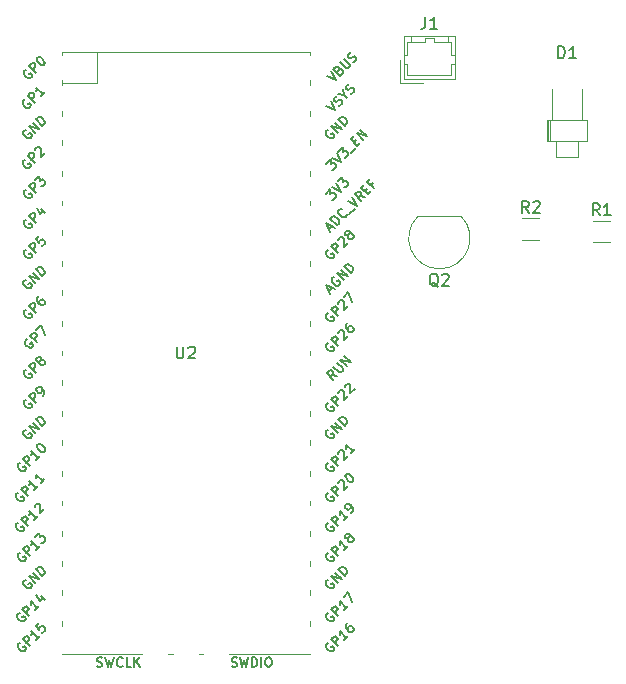
<source format=gbr>
%TF.GenerationSoftware,KiCad,Pcbnew,8.0.0*%
%TF.CreationDate,2024-03-27T15:42:33-03:00*%
%TF.ProjectId,pon_sem_6,706f6e5f-7365-46d5-9f36-2e6b69636164,rev?*%
%TF.SameCoordinates,Original*%
%TF.FileFunction,Legend,Top*%
%TF.FilePolarity,Positive*%
%FSLAX46Y46*%
G04 Gerber Fmt 4.6, Leading zero omitted, Abs format (unit mm)*
G04 Created by KiCad (PCBNEW 8.0.0) date 2024-03-27 15:42:33*
%MOMM*%
%LPD*%
G01*
G04 APERTURE LIST*
%ADD10C,0.150000*%
%ADD11C,0.120000*%
G04 APERTURE END LIST*
D10*
X130973095Y-91969819D02*
X130973095Y-92779342D01*
X130973095Y-92779342D02*
X131020714Y-92874580D01*
X131020714Y-92874580D02*
X131068333Y-92922200D01*
X131068333Y-92922200D02*
X131163571Y-92969819D01*
X131163571Y-92969819D02*
X131354047Y-92969819D01*
X131354047Y-92969819D02*
X131449285Y-92922200D01*
X131449285Y-92922200D02*
X131496904Y-92874580D01*
X131496904Y-92874580D02*
X131544523Y-92779342D01*
X131544523Y-92779342D02*
X131544523Y-91969819D01*
X131973095Y-92065057D02*
X132020714Y-92017438D01*
X132020714Y-92017438D02*
X132115952Y-91969819D01*
X132115952Y-91969819D02*
X132354047Y-91969819D01*
X132354047Y-91969819D02*
X132449285Y-92017438D01*
X132449285Y-92017438D02*
X132496904Y-92065057D01*
X132496904Y-92065057D02*
X132544523Y-92160295D01*
X132544523Y-92160295D02*
X132544523Y-92255533D01*
X132544523Y-92255533D02*
X132496904Y-92398390D01*
X132496904Y-92398390D02*
X131925476Y-92969819D01*
X131925476Y-92969819D02*
X132544523Y-92969819D01*
X117578998Y-104335868D02*
X117498185Y-104362805D01*
X117498185Y-104362805D02*
X117417373Y-104443618D01*
X117417373Y-104443618D02*
X117363498Y-104551367D01*
X117363498Y-104551367D02*
X117363498Y-104659117D01*
X117363498Y-104659117D02*
X117390436Y-104739929D01*
X117390436Y-104739929D02*
X117471248Y-104874616D01*
X117471248Y-104874616D02*
X117552060Y-104955428D01*
X117552060Y-104955428D02*
X117686747Y-105036241D01*
X117686747Y-105036241D02*
X117767560Y-105063178D01*
X117767560Y-105063178D02*
X117875309Y-105063178D01*
X117875309Y-105063178D02*
X117983059Y-105009303D01*
X117983059Y-105009303D02*
X118036934Y-104955428D01*
X118036934Y-104955428D02*
X118090808Y-104847679D01*
X118090808Y-104847679D02*
X118090808Y-104793804D01*
X118090808Y-104793804D02*
X117902247Y-104605242D01*
X117902247Y-104605242D02*
X117794497Y-104712992D01*
X118387120Y-104605242D02*
X117821434Y-104039557D01*
X117821434Y-104039557D02*
X118036934Y-103824057D01*
X118036934Y-103824057D02*
X118117746Y-103797120D01*
X118117746Y-103797120D02*
X118171621Y-103797120D01*
X118171621Y-103797120D02*
X118252433Y-103824057D01*
X118252433Y-103824057D02*
X118333245Y-103904870D01*
X118333245Y-103904870D02*
X118360182Y-103985682D01*
X118360182Y-103985682D02*
X118360182Y-104039557D01*
X118360182Y-104039557D02*
X118333245Y-104120369D01*
X118333245Y-104120369D02*
X118117746Y-104335868D01*
X119249117Y-103743245D02*
X118925868Y-104066494D01*
X119087492Y-103904870D02*
X118521807Y-103339184D01*
X118521807Y-103339184D02*
X118548744Y-103473871D01*
X118548744Y-103473871D02*
X118548744Y-103581621D01*
X118548744Y-103581621D02*
X118521807Y-103662433D01*
X119787865Y-103204497D02*
X119464616Y-103527746D01*
X119626240Y-103366121D02*
X119060555Y-102800436D01*
X119060555Y-102800436D02*
X119087492Y-102935123D01*
X119087492Y-102935123D02*
X119087492Y-103042873D01*
X119087492Y-103042873D02*
X119060555Y-103123685D01*
X143886873Y-87256240D02*
X144156247Y-86986866D01*
X143994623Y-87471739D02*
X143617499Y-86717492D01*
X143617499Y-86717492D02*
X144371746Y-87094615D01*
X144317871Y-86070994D02*
X144237059Y-86097932D01*
X144237059Y-86097932D02*
X144156247Y-86178744D01*
X144156247Y-86178744D02*
X144102372Y-86286494D01*
X144102372Y-86286494D02*
X144102372Y-86394243D01*
X144102372Y-86394243D02*
X144129310Y-86475055D01*
X144129310Y-86475055D02*
X144210122Y-86609742D01*
X144210122Y-86609742D02*
X144290934Y-86690555D01*
X144290934Y-86690555D02*
X144425621Y-86771367D01*
X144425621Y-86771367D02*
X144506433Y-86798304D01*
X144506433Y-86798304D02*
X144614183Y-86798304D01*
X144614183Y-86798304D02*
X144721932Y-86744429D01*
X144721932Y-86744429D02*
X144775807Y-86690555D01*
X144775807Y-86690555D02*
X144829682Y-86582805D01*
X144829682Y-86582805D02*
X144829682Y-86528930D01*
X144829682Y-86528930D02*
X144641120Y-86340368D01*
X144641120Y-86340368D02*
X144533371Y-86448118D01*
X145125993Y-86340368D02*
X144560308Y-85774683D01*
X144560308Y-85774683D02*
X145449242Y-86017120D01*
X145449242Y-86017120D02*
X144883557Y-85451434D01*
X145718616Y-85747746D02*
X145152931Y-85182060D01*
X145152931Y-85182060D02*
X145287618Y-85047373D01*
X145287618Y-85047373D02*
X145395367Y-84993498D01*
X145395367Y-84993498D02*
X145503117Y-84993498D01*
X145503117Y-84993498D02*
X145583929Y-85020436D01*
X145583929Y-85020436D02*
X145718616Y-85101248D01*
X145718616Y-85101248D02*
X145799428Y-85182060D01*
X145799428Y-85182060D02*
X145880241Y-85316747D01*
X145880241Y-85316747D02*
X145907178Y-85397560D01*
X145907178Y-85397560D02*
X145907178Y-85505309D01*
X145907178Y-85505309D02*
X145853303Y-85613059D01*
X145853303Y-85613059D02*
X145718616Y-85747746D01*
X143821435Y-111713431D02*
X143740623Y-111740368D01*
X143740623Y-111740368D02*
X143659811Y-111821180D01*
X143659811Y-111821180D02*
X143605936Y-111928930D01*
X143605936Y-111928930D02*
X143605936Y-112036680D01*
X143605936Y-112036680D02*
X143632873Y-112117492D01*
X143632873Y-112117492D02*
X143713685Y-112252179D01*
X143713685Y-112252179D02*
X143794498Y-112332991D01*
X143794498Y-112332991D02*
X143929185Y-112413803D01*
X143929185Y-112413803D02*
X144009997Y-112440741D01*
X144009997Y-112440741D02*
X144117746Y-112440741D01*
X144117746Y-112440741D02*
X144225496Y-112386866D01*
X144225496Y-112386866D02*
X144279371Y-112332991D01*
X144279371Y-112332991D02*
X144333246Y-112225241D01*
X144333246Y-112225241D02*
X144333246Y-112171367D01*
X144333246Y-112171367D02*
X144144684Y-111982805D01*
X144144684Y-111982805D02*
X144036934Y-112090554D01*
X144629557Y-111982805D02*
X144063872Y-111417119D01*
X144063872Y-111417119D02*
X144952806Y-111659556D01*
X144952806Y-111659556D02*
X144387120Y-111093871D01*
X145222180Y-111390182D02*
X144656494Y-110824497D01*
X144656494Y-110824497D02*
X144791181Y-110689810D01*
X144791181Y-110689810D02*
X144898931Y-110635935D01*
X144898931Y-110635935D02*
X145006680Y-110635935D01*
X145006680Y-110635935D02*
X145087493Y-110662872D01*
X145087493Y-110662872D02*
X145222180Y-110743685D01*
X145222180Y-110743685D02*
X145302992Y-110824497D01*
X145302992Y-110824497D02*
X145383804Y-110959184D01*
X145383804Y-110959184D02*
X145410741Y-111039996D01*
X145410741Y-111039996D02*
X145410741Y-111147746D01*
X145410741Y-111147746D02*
X145356867Y-111255495D01*
X145356867Y-111255495D02*
X145222180Y-111390182D01*
X143688406Y-69042585D02*
X144442653Y-69419709D01*
X144442653Y-69419709D02*
X144065529Y-68665462D01*
X144712027Y-68557712D02*
X144819776Y-68503838D01*
X144819776Y-68503838D02*
X144873651Y-68503838D01*
X144873651Y-68503838D02*
X144954463Y-68530775D01*
X144954463Y-68530775D02*
X145035276Y-68611587D01*
X145035276Y-68611587D02*
X145062213Y-68692399D01*
X145062213Y-68692399D02*
X145062213Y-68746274D01*
X145062213Y-68746274D02*
X145035276Y-68827086D01*
X145035276Y-68827086D02*
X144819776Y-69042586D01*
X144819776Y-69042586D02*
X144254091Y-68476900D01*
X144254091Y-68476900D02*
X144442653Y-68288338D01*
X144442653Y-68288338D02*
X144523465Y-68261401D01*
X144523465Y-68261401D02*
X144577340Y-68261401D01*
X144577340Y-68261401D02*
X144658152Y-68288338D01*
X144658152Y-68288338D02*
X144712027Y-68342213D01*
X144712027Y-68342213D02*
X144738964Y-68423025D01*
X144738964Y-68423025D02*
X144738964Y-68476900D01*
X144738964Y-68476900D02*
X144712027Y-68557712D01*
X144712027Y-68557712D02*
X144523465Y-68746274D01*
X144819776Y-67911215D02*
X145277712Y-68369151D01*
X145277712Y-68369151D02*
X145358524Y-68396088D01*
X145358524Y-68396088D02*
X145412399Y-68396088D01*
X145412399Y-68396088D02*
X145493211Y-68369151D01*
X145493211Y-68369151D02*
X145600961Y-68261401D01*
X145600961Y-68261401D02*
X145627898Y-68180589D01*
X145627898Y-68180589D02*
X145627898Y-68126714D01*
X145627898Y-68126714D02*
X145600961Y-68045902D01*
X145600961Y-68045902D02*
X145143025Y-67587966D01*
X145924210Y-67884277D02*
X146031959Y-67830403D01*
X146031959Y-67830403D02*
X146166646Y-67695716D01*
X146166646Y-67695716D02*
X146193584Y-67614903D01*
X146193584Y-67614903D02*
X146193584Y-67561029D01*
X146193584Y-67561029D02*
X146166646Y-67480216D01*
X146166646Y-67480216D02*
X146112771Y-67426342D01*
X146112771Y-67426342D02*
X146031959Y-67399404D01*
X146031959Y-67399404D02*
X145978084Y-67399404D01*
X145978084Y-67399404D02*
X145897272Y-67426342D01*
X145897272Y-67426342D02*
X145762585Y-67507154D01*
X145762585Y-67507154D02*
X145681773Y-67534091D01*
X145681773Y-67534091D02*
X145627898Y-67534091D01*
X145627898Y-67534091D02*
X145547086Y-67507154D01*
X145547086Y-67507154D02*
X145493211Y-67453279D01*
X145493211Y-67453279D02*
X145466274Y-67372467D01*
X145466274Y-67372467D02*
X145466274Y-67318592D01*
X145466274Y-67318592D02*
X145493211Y-67237780D01*
X145493211Y-67237780D02*
X145627898Y-67103093D01*
X145627898Y-67103093D02*
X145735648Y-67049218D01*
X143821435Y-73613431D02*
X143740623Y-73640368D01*
X143740623Y-73640368D02*
X143659811Y-73721180D01*
X143659811Y-73721180D02*
X143605936Y-73828930D01*
X143605936Y-73828930D02*
X143605936Y-73936680D01*
X143605936Y-73936680D02*
X143632873Y-74017492D01*
X143632873Y-74017492D02*
X143713685Y-74152179D01*
X143713685Y-74152179D02*
X143794498Y-74232991D01*
X143794498Y-74232991D02*
X143929185Y-74313803D01*
X143929185Y-74313803D02*
X144009997Y-74340741D01*
X144009997Y-74340741D02*
X144117746Y-74340741D01*
X144117746Y-74340741D02*
X144225496Y-74286866D01*
X144225496Y-74286866D02*
X144279371Y-74232991D01*
X144279371Y-74232991D02*
X144333246Y-74125241D01*
X144333246Y-74125241D02*
X144333246Y-74071367D01*
X144333246Y-74071367D02*
X144144684Y-73882805D01*
X144144684Y-73882805D02*
X144036934Y-73990554D01*
X144629557Y-73882805D02*
X144063872Y-73317119D01*
X144063872Y-73317119D02*
X144952806Y-73559556D01*
X144952806Y-73559556D02*
X144387120Y-72993871D01*
X145222180Y-73290182D02*
X144656494Y-72724497D01*
X144656494Y-72724497D02*
X144791181Y-72589810D01*
X144791181Y-72589810D02*
X144898931Y-72535935D01*
X144898931Y-72535935D02*
X145006680Y-72535935D01*
X145006680Y-72535935D02*
X145087493Y-72562872D01*
X145087493Y-72562872D02*
X145222180Y-72643685D01*
X145222180Y-72643685D02*
X145302992Y-72724497D01*
X145302992Y-72724497D02*
X145383804Y-72859184D01*
X145383804Y-72859184D02*
X145410741Y-72939996D01*
X145410741Y-72939996D02*
X145410741Y-73047746D01*
X145410741Y-73047746D02*
X145356867Y-73155495D01*
X145356867Y-73155495D02*
X145222180Y-73290182D01*
X117724998Y-109415868D02*
X117644185Y-109442805D01*
X117644185Y-109442805D02*
X117563373Y-109523618D01*
X117563373Y-109523618D02*
X117509498Y-109631367D01*
X117509498Y-109631367D02*
X117509498Y-109739117D01*
X117509498Y-109739117D02*
X117536436Y-109819929D01*
X117536436Y-109819929D02*
X117617248Y-109954616D01*
X117617248Y-109954616D02*
X117698060Y-110035428D01*
X117698060Y-110035428D02*
X117832747Y-110116241D01*
X117832747Y-110116241D02*
X117913560Y-110143178D01*
X117913560Y-110143178D02*
X118021309Y-110143178D01*
X118021309Y-110143178D02*
X118129059Y-110089303D01*
X118129059Y-110089303D02*
X118182934Y-110035428D01*
X118182934Y-110035428D02*
X118236808Y-109927679D01*
X118236808Y-109927679D02*
X118236808Y-109873804D01*
X118236808Y-109873804D02*
X118048247Y-109685242D01*
X118048247Y-109685242D02*
X117940497Y-109792992D01*
X118533120Y-109685242D02*
X117967434Y-109119557D01*
X117967434Y-109119557D02*
X118182934Y-108904057D01*
X118182934Y-108904057D02*
X118263746Y-108877120D01*
X118263746Y-108877120D02*
X118317621Y-108877120D01*
X118317621Y-108877120D02*
X118398433Y-108904057D01*
X118398433Y-108904057D02*
X118479245Y-108984870D01*
X118479245Y-108984870D02*
X118506182Y-109065682D01*
X118506182Y-109065682D02*
X118506182Y-109119557D01*
X118506182Y-109119557D02*
X118479245Y-109200369D01*
X118479245Y-109200369D02*
X118263746Y-109415868D01*
X119395117Y-108823245D02*
X119071868Y-109146494D01*
X119233492Y-108984870D02*
X118667807Y-108419184D01*
X118667807Y-108419184D02*
X118694744Y-108553871D01*
X118694744Y-108553871D02*
X118694744Y-108661621D01*
X118694744Y-108661621D02*
X118667807Y-108742433D01*
X119017993Y-108068998D02*
X119368179Y-107718812D01*
X119368179Y-107718812D02*
X119395117Y-108122873D01*
X119395117Y-108122873D02*
X119475929Y-108042060D01*
X119475929Y-108042060D02*
X119556741Y-108015123D01*
X119556741Y-108015123D02*
X119610616Y-108015123D01*
X119610616Y-108015123D02*
X119691428Y-108042060D01*
X119691428Y-108042060D02*
X119826115Y-108176747D01*
X119826115Y-108176747D02*
X119853053Y-108257560D01*
X119853053Y-108257560D02*
X119853053Y-108311434D01*
X119853053Y-108311434D02*
X119826115Y-108392247D01*
X119826115Y-108392247D02*
X119664491Y-108553871D01*
X119664491Y-108553871D02*
X119583679Y-108580808D01*
X119583679Y-108580808D02*
X119529804Y-108580808D01*
X143890064Y-82049049D02*
X144159438Y-81779675D01*
X143997813Y-82264549D02*
X143620690Y-81510301D01*
X143620690Y-81510301D02*
X144374937Y-81887425D01*
X144563499Y-81698863D02*
X143997813Y-81133178D01*
X143997813Y-81133178D02*
X144132500Y-80998491D01*
X144132500Y-80998491D02*
X144240250Y-80944616D01*
X144240250Y-80944616D02*
X144347999Y-80944616D01*
X144347999Y-80944616D02*
X144428812Y-80971553D01*
X144428812Y-80971553D02*
X144563499Y-81052366D01*
X144563499Y-81052366D02*
X144644311Y-81133178D01*
X144644311Y-81133178D02*
X144725123Y-81267865D01*
X144725123Y-81267865D02*
X144752060Y-81348677D01*
X144752060Y-81348677D02*
X144752060Y-81456427D01*
X144752060Y-81456427D02*
X144698186Y-81564176D01*
X144698186Y-81564176D02*
X144563499Y-81698863D01*
X145398558Y-80756054D02*
X145398558Y-80809929D01*
X145398558Y-80809929D02*
X145344683Y-80917679D01*
X145344683Y-80917679D02*
X145290808Y-80971553D01*
X145290808Y-80971553D02*
X145183059Y-81025428D01*
X145183059Y-81025428D02*
X145075309Y-81025428D01*
X145075309Y-81025428D02*
X144994497Y-80998491D01*
X144994497Y-80998491D02*
X144859810Y-80917679D01*
X144859810Y-80917679D02*
X144778998Y-80836866D01*
X144778998Y-80836866D02*
X144698186Y-80702179D01*
X144698186Y-80702179D02*
X144671248Y-80621367D01*
X144671248Y-80621367D02*
X144671248Y-80513618D01*
X144671248Y-80513618D02*
X144725123Y-80405868D01*
X144725123Y-80405868D02*
X144778998Y-80351993D01*
X144778998Y-80351993D02*
X144886747Y-80298118D01*
X144886747Y-80298118D02*
X144940622Y-80298118D01*
X145614057Y-80756054D02*
X146045056Y-80325056D01*
X145479370Y-79651621D02*
X146233618Y-80028744D01*
X146233618Y-80028744D02*
X145856494Y-79274497D01*
X146933990Y-79328372D02*
X146476054Y-79247560D01*
X146610741Y-79651621D02*
X146045056Y-79085935D01*
X146045056Y-79085935D02*
X146260555Y-78870436D01*
X146260555Y-78870436D02*
X146341367Y-78843499D01*
X146341367Y-78843499D02*
X146395242Y-78843499D01*
X146395242Y-78843499D02*
X146476054Y-78870436D01*
X146476054Y-78870436D02*
X146556866Y-78951248D01*
X146556866Y-78951248D02*
X146583804Y-79032061D01*
X146583804Y-79032061D02*
X146583804Y-79085935D01*
X146583804Y-79085935D02*
X146556866Y-79166748D01*
X146556866Y-79166748D02*
X146341367Y-79382247D01*
X146880115Y-78789624D02*
X147068677Y-78601062D01*
X147445800Y-78816561D02*
X147176426Y-79085935D01*
X147176426Y-79085935D02*
X146610741Y-78520250D01*
X146610741Y-78520250D02*
X146880115Y-78250876D01*
X147580488Y-78089251D02*
X147391926Y-78277813D01*
X147688237Y-78574125D02*
X147122552Y-78008439D01*
X147122552Y-78008439D02*
X147391926Y-77739065D01*
X118248372Y-81206494D02*
X118167560Y-81233431D01*
X118167560Y-81233431D02*
X118086748Y-81314243D01*
X118086748Y-81314243D02*
X118032873Y-81421993D01*
X118032873Y-81421993D02*
X118032873Y-81529742D01*
X118032873Y-81529742D02*
X118059810Y-81610555D01*
X118059810Y-81610555D02*
X118140623Y-81745242D01*
X118140623Y-81745242D02*
X118221435Y-81826054D01*
X118221435Y-81826054D02*
X118356122Y-81906866D01*
X118356122Y-81906866D02*
X118436934Y-81933803D01*
X118436934Y-81933803D02*
X118544684Y-81933803D01*
X118544684Y-81933803D02*
X118652433Y-81879929D01*
X118652433Y-81879929D02*
X118706308Y-81826054D01*
X118706308Y-81826054D02*
X118760183Y-81718304D01*
X118760183Y-81718304D02*
X118760183Y-81664429D01*
X118760183Y-81664429D02*
X118571621Y-81475868D01*
X118571621Y-81475868D02*
X118463871Y-81583617D01*
X119056494Y-81475868D02*
X118490809Y-80910182D01*
X118490809Y-80910182D02*
X118706308Y-80694683D01*
X118706308Y-80694683D02*
X118787120Y-80667746D01*
X118787120Y-80667746D02*
X118840995Y-80667746D01*
X118840995Y-80667746D02*
X118921807Y-80694683D01*
X118921807Y-80694683D02*
X119002619Y-80775495D01*
X119002619Y-80775495D02*
X119029557Y-80856307D01*
X119029557Y-80856307D02*
X119029557Y-80910182D01*
X119029557Y-80910182D02*
X119002619Y-80990994D01*
X119002619Y-80990994D02*
X118787120Y-81206494D01*
X119487493Y-80290622D02*
X119864616Y-80667746D01*
X119137306Y-80209810D02*
X119406680Y-80748558D01*
X119406680Y-80748558D02*
X119756867Y-80398372D01*
X118348372Y-91336494D02*
X118267560Y-91363431D01*
X118267560Y-91363431D02*
X118186748Y-91444243D01*
X118186748Y-91444243D02*
X118132873Y-91551993D01*
X118132873Y-91551993D02*
X118132873Y-91659742D01*
X118132873Y-91659742D02*
X118159810Y-91740555D01*
X118159810Y-91740555D02*
X118240623Y-91875242D01*
X118240623Y-91875242D02*
X118321435Y-91956054D01*
X118321435Y-91956054D02*
X118456122Y-92036866D01*
X118456122Y-92036866D02*
X118536934Y-92063803D01*
X118536934Y-92063803D02*
X118644684Y-92063803D01*
X118644684Y-92063803D02*
X118752433Y-92009929D01*
X118752433Y-92009929D02*
X118806308Y-91956054D01*
X118806308Y-91956054D02*
X118860183Y-91848304D01*
X118860183Y-91848304D02*
X118860183Y-91794429D01*
X118860183Y-91794429D02*
X118671621Y-91605868D01*
X118671621Y-91605868D02*
X118563871Y-91713617D01*
X119156494Y-91605868D02*
X118590809Y-91040182D01*
X118590809Y-91040182D02*
X118806308Y-90824683D01*
X118806308Y-90824683D02*
X118887120Y-90797746D01*
X118887120Y-90797746D02*
X118940995Y-90797746D01*
X118940995Y-90797746D02*
X119021807Y-90824683D01*
X119021807Y-90824683D02*
X119102619Y-90905495D01*
X119102619Y-90905495D02*
X119129557Y-90986307D01*
X119129557Y-90986307D02*
X119129557Y-91040182D01*
X119129557Y-91040182D02*
X119102619Y-91120994D01*
X119102619Y-91120994D02*
X118887120Y-91336494D01*
X119102619Y-90528372D02*
X119479743Y-90151248D01*
X119479743Y-90151248D02*
X119802992Y-90959370D01*
X117724998Y-117035868D02*
X117644185Y-117062805D01*
X117644185Y-117062805D02*
X117563373Y-117143618D01*
X117563373Y-117143618D02*
X117509498Y-117251367D01*
X117509498Y-117251367D02*
X117509498Y-117359117D01*
X117509498Y-117359117D02*
X117536436Y-117439929D01*
X117536436Y-117439929D02*
X117617248Y-117574616D01*
X117617248Y-117574616D02*
X117698060Y-117655428D01*
X117698060Y-117655428D02*
X117832747Y-117736241D01*
X117832747Y-117736241D02*
X117913560Y-117763178D01*
X117913560Y-117763178D02*
X118021309Y-117763178D01*
X118021309Y-117763178D02*
X118129059Y-117709303D01*
X118129059Y-117709303D02*
X118182934Y-117655428D01*
X118182934Y-117655428D02*
X118236808Y-117547679D01*
X118236808Y-117547679D02*
X118236808Y-117493804D01*
X118236808Y-117493804D02*
X118048247Y-117305242D01*
X118048247Y-117305242D02*
X117940497Y-117412992D01*
X118533120Y-117305242D02*
X117967434Y-116739557D01*
X117967434Y-116739557D02*
X118182934Y-116524057D01*
X118182934Y-116524057D02*
X118263746Y-116497120D01*
X118263746Y-116497120D02*
X118317621Y-116497120D01*
X118317621Y-116497120D02*
X118398433Y-116524057D01*
X118398433Y-116524057D02*
X118479245Y-116604870D01*
X118479245Y-116604870D02*
X118506182Y-116685682D01*
X118506182Y-116685682D02*
X118506182Y-116739557D01*
X118506182Y-116739557D02*
X118479245Y-116820369D01*
X118479245Y-116820369D02*
X118263746Y-117035868D01*
X119395117Y-116443245D02*
X119071868Y-116766494D01*
X119233492Y-116604870D02*
X118667807Y-116039184D01*
X118667807Y-116039184D02*
X118694744Y-116173871D01*
X118694744Y-116173871D02*
X118694744Y-116281621D01*
X118694744Y-116281621D02*
X118667807Y-116362433D01*
X119341242Y-115365749D02*
X119071868Y-115635123D01*
X119071868Y-115635123D02*
X119314305Y-115931434D01*
X119314305Y-115931434D02*
X119314305Y-115877560D01*
X119314305Y-115877560D02*
X119341242Y-115796747D01*
X119341242Y-115796747D02*
X119475929Y-115662060D01*
X119475929Y-115662060D02*
X119556741Y-115635123D01*
X119556741Y-115635123D02*
X119610616Y-115635123D01*
X119610616Y-115635123D02*
X119691428Y-115662060D01*
X119691428Y-115662060D02*
X119826115Y-115796747D01*
X119826115Y-115796747D02*
X119853053Y-115877560D01*
X119853053Y-115877560D02*
X119853053Y-115931434D01*
X119853053Y-115931434D02*
X119826115Y-116012247D01*
X119826115Y-116012247D02*
X119691428Y-116146934D01*
X119691428Y-116146934D02*
X119610616Y-116173871D01*
X119610616Y-116173871D02*
X119556741Y-116173871D01*
X143832998Y-114495868D02*
X143752185Y-114522805D01*
X143752185Y-114522805D02*
X143671373Y-114603618D01*
X143671373Y-114603618D02*
X143617498Y-114711367D01*
X143617498Y-114711367D02*
X143617498Y-114819117D01*
X143617498Y-114819117D02*
X143644436Y-114899929D01*
X143644436Y-114899929D02*
X143725248Y-115034616D01*
X143725248Y-115034616D02*
X143806060Y-115115428D01*
X143806060Y-115115428D02*
X143940747Y-115196241D01*
X143940747Y-115196241D02*
X144021560Y-115223178D01*
X144021560Y-115223178D02*
X144129309Y-115223178D01*
X144129309Y-115223178D02*
X144237059Y-115169303D01*
X144237059Y-115169303D02*
X144290934Y-115115428D01*
X144290934Y-115115428D02*
X144344808Y-115007679D01*
X144344808Y-115007679D02*
X144344808Y-114953804D01*
X144344808Y-114953804D02*
X144156247Y-114765242D01*
X144156247Y-114765242D02*
X144048497Y-114872992D01*
X144641120Y-114765242D02*
X144075434Y-114199557D01*
X144075434Y-114199557D02*
X144290934Y-113984057D01*
X144290934Y-113984057D02*
X144371746Y-113957120D01*
X144371746Y-113957120D02*
X144425621Y-113957120D01*
X144425621Y-113957120D02*
X144506433Y-113984057D01*
X144506433Y-113984057D02*
X144587245Y-114064870D01*
X144587245Y-114064870D02*
X144614182Y-114145682D01*
X144614182Y-114145682D02*
X144614182Y-114199557D01*
X144614182Y-114199557D02*
X144587245Y-114280369D01*
X144587245Y-114280369D02*
X144371746Y-114495868D01*
X145503117Y-113903245D02*
X145179868Y-114226494D01*
X145341492Y-114064870D02*
X144775807Y-113499184D01*
X144775807Y-113499184D02*
X144802744Y-113633871D01*
X144802744Y-113633871D02*
X144802744Y-113741621D01*
X144802744Y-113741621D02*
X144775807Y-113822433D01*
X145125993Y-113148998D02*
X145503117Y-112771874D01*
X145503117Y-112771874D02*
X145826366Y-113579996D01*
X143832998Y-91635868D02*
X143752185Y-91662805D01*
X143752185Y-91662805D02*
X143671373Y-91743618D01*
X143671373Y-91743618D02*
X143617498Y-91851367D01*
X143617498Y-91851367D02*
X143617498Y-91959117D01*
X143617498Y-91959117D02*
X143644436Y-92039929D01*
X143644436Y-92039929D02*
X143725248Y-92174616D01*
X143725248Y-92174616D02*
X143806060Y-92255428D01*
X143806060Y-92255428D02*
X143940747Y-92336241D01*
X143940747Y-92336241D02*
X144021560Y-92363178D01*
X144021560Y-92363178D02*
X144129309Y-92363178D01*
X144129309Y-92363178D02*
X144237059Y-92309303D01*
X144237059Y-92309303D02*
X144290934Y-92255428D01*
X144290934Y-92255428D02*
X144344808Y-92147679D01*
X144344808Y-92147679D02*
X144344808Y-92093804D01*
X144344808Y-92093804D02*
X144156247Y-91905242D01*
X144156247Y-91905242D02*
X144048497Y-92012992D01*
X144641120Y-91905242D02*
X144075434Y-91339557D01*
X144075434Y-91339557D02*
X144290934Y-91124057D01*
X144290934Y-91124057D02*
X144371746Y-91097120D01*
X144371746Y-91097120D02*
X144425621Y-91097120D01*
X144425621Y-91097120D02*
X144506433Y-91124057D01*
X144506433Y-91124057D02*
X144587245Y-91204870D01*
X144587245Y-91204870D02*
X144614182Y-91285682D01*
X144614182Y-91285682D02*
X144614182Y-91339557D01*
X144614182Y-91339557D02*
X144587245Y-91420369D01*
X144587245Y-91420369D02*
X144371746Y-91635868D01*
X144668057Y-90854683D02*
X144668057Y-90800809D01*
X144668057Y-90800809D02*
X144694995Y-90719996D01*
X144694995Y-90719996D02*
X144829682Y-90585309D01*
X144829682Y-90585309D02*
X144910494Y-90558372D01*
X144910494Y-90558372D02*
X144964369Y-90558372D01*
X144964369Y-90558372D02*
X145045181Y-90585309D01*
X145045181Y-90585309D02*
X145099056Y-90639184D01*
X145099056Y-90639184D02*
X145152930Y-90746934D01*
X145152930Y-90746934D02*
X145152930Y-91393431D01*
X145152930Y-91393431D02*
X145503117Y-91043245D01*
X145422305Y-89992686D02*
X145314555Y-90100436D01*
X145314555Y-90100436D02*
X145287618Y-90181248D01*
X145287618Y-90181248D02*
X145287618Y-90235123D01*
X145287618Y-90235123D02*
X145314555Y-90369810D01*
X145314555Y-90369810D02*
X145395367Y-90504497D01*
X145395367Y-90504497D02*
X145610866Y-90719996D01*
X145610866Y-90719996D02*
X145691679Y-90746934D01*
X145691679Y-90746934D02*
X145745553Y-90746934D01*
X145745553Y-90746934D02*
X145826366Y-90719996D01*
X145826366Y-90719996D02*
X145934115Y-90612247D01*
X145934115Y-90612247D02*
X145961053Y-90531434D01*
X145961053Y-90531434D02*
X145961053Y-90477560D01*
X145961053Y-90477560D02*
X145934115Y-90396747D01*
X145934115Y-90396747D02*
X145799428Y-90262060D01*
X145799428Y-90262060D02*
X145718616Y-90235123D01*
X145718616Y-90235123D02*
X145664741Y-90235123D01*
X145664741Y-90235123D02*
X145583929Y-90262060D01*
X145583929Y-90262060D02*
X145476179Y-90369810D01*
X145476179Y-90369810D02*
X145449242Y-90450622D01*
X145449242Y-90450622D02*
X145449242Y-90504497D01*
X145449242Y-90504497D02*
X145476179Y-90585309D01*
X124225475Y-119039200D02*
X124339761Y-119077295D01*
X124339761Y-119077295D02*
X124530237Y-119077295D01*
X124530237Y-119077295D02*
X124606428Y-119039200D01*
X124606428Y-119039200D02*
X124644523Y-119001104D01*
X124644523Y-119001104D02*
X124682618Y-118924914D01*
X124682618Y-118924914D02*
X124682618Y-118848723D01*
X124682618Y-118848723D02*
X124644523Y-118772533D01*
X124644523Y-118772533D02*
X124606428Y-118734438D01*
X124606428Y-118734438D02*
X124530237Y-118696342D01*
X124530237Y-118696342D02*
X124377856Y-118658247D01*
X124377856Y-118658247D02*
X124301666Y-118620152D01*
X124301666Y-118620152D02*
X124263571Y-118582057D01*
X124263571Y-118582057D02*
X124225475Y-118505866D01*
X124225475Y-118505866D02*
X124225475Y-118429676D01*
X124225475Y-118429676D02*
X124263571Y-118353485D01*
X124263571Y-118353485D02*
X124301666Y-118315390D01*
X124301666Y-118315390D02*
X124377856Y-118277295D01*
X124377856Y-118277295D02*
X124568333Y-118277295D01*
X124568333Y-118277295D02*
X124682618Y-118315390D01*
X124949285Y-118277295D02*
X125139761Y-119077295D01*
X125139761Y-119077295D02*
X125292142Y-118505866D01*
X125292142Y-118505866D02*
X125444523Y-119077295D01*
X125444523Y-119077295D02*
X125635000Y-118277295D01*
X126396905Y-119001104D02*
X126358809Y-119039200D01*
X126358809Y-119039200D02*
X126244524Y-119077295D01*
X126244524Y-119077295D02*
X126168333Y-119077295D01*
X126168333Y-119077295D02*
X126054047Y-119039200D01*
X126054047Y-119039200D02*
X125977857Y-118963009D01*
X125977857Y-118963009D02*
X125939762Y-118886819D01*
X125939762Y-118886819D02*
X125901666Y-118734438D01*
X125901666Y-118734438D02*
X125901666Y-118620152D01*
X125901666Y-118620152D02*
X125939762Y-118467771D01*
X125939762Y-118467771D02*
X125977857Y-118391580D01*
X125977857Y-118391580D02*
X126054047Y-118315390D01*
X126054047Y-118315390D02*
X126168333Y-118277295D01*
X126168333Y-118277295D02*
X126244524Y-118277295D01*
X126244524Y-118277295D02*
X126358809Y-118315390D01*
X126358809Y-118315390D02*
X126396905Y-118353485D01*
X127120714Y-119077295D02*
X126739762Y-119077295D01*
X126739762Y-119077295D02*
X126739762Y-118277295D01*
X127387381Y-119077295D02*
X127387381Y-118277295D01*
X127844524Y-119077295D02*
X127501666Y-118620152D01*
X127844524Y-118277295D02*
X127387381Y-118734438D01*
X143657407Y-76473584D02*
X144007593Y-76123398D01*
X144007593Y-76123398D02*
X144034531Y-76527459D01*
X144034531Y-76527459D02*
X144115343Y-76446646D01*
X144115343Y-76446646D02*
X144196155Y-76419709D01*
X144196155Y-76419709D02*
X144250030Y-76419709D01*
X144250030Y-76419709D02*
X144330842Y-76446646D01*
X144330842Y-76446646D02*
X144465529Y-76581333D01*
X144465529Y-76581333D02*
X144492467Y-76662146D01*
X144492467Y-76662146D02*
X144492467Y-76716020D01*
X144492467Y-76716020D02*
X144465529Y-76796833D01*
X144465529Y-76796833D02*
X144303905Y-76958457D01*
X144303905Y-76958457D02*
X144223093Y-76985394D01*
X144223093Y-76985394D02*
X144169218Y-76985394D01*
X144169218Y-75961773D02*
X144923465Y-76338897D01*
X144923465Y-76338897D02*
X144546342Y-75584649D01*
X144681028Y-75449963D02*
X145031215Y-75099776D01*
X145031215Y-75099776D02*
X145058152Y-75503837D01*
X145058152Y-75503837D02*
X145138964Y-75423025D01*
X145138964Y-75423025D02*
X145219776Y-75396088D01*
X145219776Y-75396088D02*
X145273651Y-75396088D01*
X145273651Y-75396088D02*
X145354464Y-75423025D01*
X145354464Y-75423025D02*
X145489151Y-75557712D01*
X145489151Y-75557712D02*
X145516088Y-75638524D01*
X145516088Y-75638524D02*
X145516088Y-75692399D01*
X145516088Y-75692399D02*
X145489151Y-75773211D01*
X145489151Y-75773211D02*
X145327526Y-75934836D01*
X145327526Y-75934836D02*
X145246714Y-75961773D01*
X145246714Y-75961773D02*
X145192839Y-75961773D01*
X145758525Y-75611587D02*
X146189523Y-75180588D01*
X145974024Y-74695715D02*
X146162586Y-74507153D01*
X146539709Y-74722652D02*
X146270335Y-74992026D01*
X146270335Y-74992026D02*
X145704650Y-74426341D01*
X145704650Y-74426341D02*
X145974024Y-74156967D01*
X146782146Y-74480215D02*
X146216461Y-73914530D01*
X146216461Y-73914530D02*
X147105395Y-74156967D01*
X147105395Y-74156967D02*
X146539710Y-73591281D01*
X143625123Y-79005868D02*
X143975309Y-78655682D01*
X143975309Y-78655682D02*
X144002247Y-79059743D01*
X144002247Y-79059743D02*
X144083059Y-78978931D01*
X144083059Y-78978931D02*
X144163871Y-78951993D01*
X144163871Y-78951993D02*
X144217746Y-78951993D01*
X144217746Y-78951993D02*
X144298558Y-78978931D01*
X144298558Y-78978931D02*
X144433245Y-79113618D01*
X144433245Y-79113618D02*
X144460182Y-79194430D01*
X144460182Y-79194430D02*
X144460182Y-79248305D01*
X144460182Y-79248305D02*
X144433245Y-79329117D01*
X144433245Y-79329117D02*
X144271621Y-79490741D01*
X144271621Y-79490741D02*
X144190808Y-79517679D01*
X144190808Y-79517679D02*
X144136934Y-79517679D01*
X144136934Y-78494057D02*
X144891181Y-78871181D01*
X144891181Y-78871181D02*
X144514057Y-78116934D01*
X144648744Y-77982247D02*
X144998930Y-77632061D01*
X144998930Y-77632061D02*
X145025868Y-78036122D01*
X145025868Y-78036122D02*
X145106680Y-77955309D01*
X145106680Y-77955309D02*
X145187492Y-77928372D01*
X145187492Y-77928372D02*
X145241367Y-77928372D01*
X145241367Y-77928372D02*
X145322179Y-77955309D01*
X145322179Y-77955309D02*
X145456866Y-78089996D01*
X145456866Y-78089996D02*
X145483804Y-78170809D01*
X145483804Y-78170809D02*
X145483804Y-78224683D01*
X145483804Y-78224683D02*
X145456866Y-78305496D01*
X145456866Y-78305496D02*
X145295242Y-78467120D01*
X145295242Y-78467120D02*
X145214430Y-78494057D01*
X145214430Y-78494057D02*
X145160555Y-78494057D01*
X118248372Y-93906494D02*
X118167560Y-93933431D01*
X118167560Y-93933431D02*
X118086748Y-94014243D01*
X118086748Y-94014243D02*
X118032873Y-94121993D01*
X118032873Y-94121993D02*
X118032873Y-94229742D01*
X118032873Y-94229742D02*
X118059810Y-94310555D01*
X118059810Y-94310555D02*
X118140623Y-94445242D01*
X118140623Y-94445242D02*
X118221435Y-94526054D01*
X118221435Y-94526054D02*
X118356122Y-94606866D01*
X118356122Y-94606866D02*
X118436934Y-94633803D01*
X118436934Y-94633803D02*
X118544684Y-94633803D01*
X118544684Y-94633803D02*
X118652433Y-94579929D01*
X118652433Y-94579929D02*
X118706308Y-94526054D01*
X118706308Y-94526054D02*
X118760183Y-94418304D01*
X118760183Y-94418304D02*
X118760183Y-94364429D01*
X118760183Y-94364429D02*
X118571621Y-94175868D01*
X118571621Y-94175868D02*
X118463871Y-94283617D01*
X119056494Y-94175868D02*
X118490809Y-93610182D01*
X118490809Y-93610182D02*
X118706308Y-93394683D01*
X118706308Y-93394683D02*
X118787120Y-93367746D01*
X118787120Y-93367746D02*
X118840995Y-93367746D01*
X118840995Y-93367746D02*
X118921807Y-93394683D01*
X118921807Y-93394683D02*
X119002619Y-93475495D01*
X119002619Y-93475495D02*
X119029557Y-93556307D01*
X119029557Y-93556307D02*
X119029557Y-93610182D01*
X119029557Y-93610182D02*
X119002619Y-93690994D01*
X119002619Y-93690994D02*
X118787120Y-93906494D01*
X119379743Y-93206121D02*
X119298931Y-93233059D01*
X119298931Y-93233059D02*
X119245056Y-93233059D01*
X119245056Y-93233059D02*
X119164244Y-93206121D01*
X119164244Y-93206121D02*
X119137306Y-93179184D01*
X119137306Y-93179184D02*
X119110369Y-93098372D01*
X119110369Y-93098372D02*
X119110369Y-93044497D01*
X119110369Y-93044497D02*
X119137306Y-92963685D01*
X119137306Y-92963685D02*
X119245056Y-92855935D01*
X119245056Y-92855935D02*
X119325868Y-92828998D01*
X119325868Y-92828998D02*
X119379743Y-92828998D01*
X119379743Y-92828998D02*
X119460555Y-92855935D01*
X119460555Y-92855935D02*
X119487493Y-92882872D01*
X119487493Y-92882872D02*
X119514430Y-92963685D01*
X119514430Y-92963685D02*
X119514430Y-93017559D01*
X119514430Y-93017559D02*
X119487493Y-93098372D01*
X119487493Y-93098372D02*
X119379743Y-93206121D01*
X119379743Y-93206121D02*
X119352806Y-93286933D01*
X119352806Y-93286933D02*
X119352806Y-93340808D01*
X119352806Y-93340808D02*
X119379743Y-93421620D01*
X119379743Y-93421620D02*
X119487493Y-93529370D01*
X119487493Y-93529370D02*
X119568305Y-93556307D01*
X119568305Y-93556307D02*
X119622180Y-93556307D01*
X119622180Y-93556307D02*
X119702992Y-93529370D01*
X119702992Y-93529370D02*
X119810741Y-93421620D01*
X119810741Y-93421620D02*
X119837679Y-93340808D01*
X119837679Y-93340808D02*
X119837679Y-93286933D01*
X119837679Y-93286933D02*
X119810741Y-93206121D01*
X119810741Y-93206121D02*
X119702992Y-93098372D01*
X119702992Y-93098372D02*
X119622180Y-93071434D01*
X119622180Y-93071434D02*
X119568305Y-93071434D01*
X119568305Y-93071434D02*
X119487493Y-93098372D01*
X143832998Y-117035868D02*
X143752185Y-117062805D01*
X143752185Y-117062805D02*
X143671373Y-117143618D01*
X143671373Y-117143618D02*
X143617498Y-117251367D01*
X143617498Y-117251367D02*
X143617498Y-117359117D01*
X143617498Y-117359117D02*
X143644436Y-117439929D01*
X143644436Y-117439929D02*
X143725248Y-117574616D01*
X143725248Y-117574616D02*
X143806060Y-117655428D01*
X143806060Y-117655428D02*
X143940747Y-117736241D01*
X143940747Y-117736241D02*
X144021560Y-117763178D01*
X144021560Y-117763178D02*
X144129309Y-117763178D01*
X144129309Y-117763178D02*
X144237059Y-117709303D01*
X144237059Y-117709303D02*
X144290934Y-117655428D01*
X144290934Y-117655428D02*
X144344808Y-117547679D01*
X144344808Y-117547679D02*
X144344808Y-117493804D01*
X144344808Y-117493804D02*
X144156247Y-117305242D01*
X144156247Y-117305242D02*
X144048497Y-117412992D01*
X144641120Y-117305242D02*
X144075434Y-116739557D01*
X144075434Y-116739557D02*
X144290934Y-116524057D01*
X144290934Y-116524057D02*
X144371746Y-116497120D01*
X144371746Y-116497120D02*
X144425621Y-116497120D01*
X144425621Y-116497120D02*
X144506433Y-116524057D01*
X144506433Y-116524057D02*
X144587245Y-116604870D01*
X144587245Y-116604870D02*
X144614182Y-116685682D01*
X144614182Y-116685682D02*
X144614182Y-116739557D01*
X144614182Y-116739557D02*
X144587245Y-116820369D01*
X144587245Y-116820369D02*
X144371746Y-117035868D01*
X145503117Y-116443245D02*
X145179868Y-116766494D01*
X145341492Y-116604870D02*
X144775807Y-116039184D01*
X144775807Y-116039184D02*
X144802744Y-116173871D01*
X144802744Y-116173871D02*
X144802744Y-116281621D01*
X144802744Y-116281621D02*
X144775807Y-116362433D01*
X145422305Y-115392686D02*
X145314555Y-115500436D01*
X145314555Y-115500436D02*
X145287618Y-115581248D01*
X145287618Y-115581248D02*
X145287618Y-115635123D01*
X145287618Y-115635123D02*
X145314555Y-115769810D01*
X145314555Y-115769810D02*
X145395367Y-115904497D01*
X145395367Y-115904497D02*
X145610866Y-116119996D01*
X145610866Y-116119996D02*
X145691679Y-116146934D01*
X145691679Y-116146934D02*
X145745553Y-116146934D01*
X145745553Y-116146934D02*
X145826366Y-116119996D01*
X145826366Y-116119996D02*
X145934115Y-116012247D01*
X145934115Y-116012247D02*
X145961053Y-115931434D01*
X145961053Y-115931434D02*
X145961053Y-115877560D01*
X145961053Y-115877560D02*
X145934115Y-115796747D01*
X145934115Y-115796747D02*
X145799428Y-115662060D01*
X145799428Y-115662060D02*
X145718616Y-115635123D01*
X145718616Y-115635123D02*
X145664741Y-115635123D01*
X145664741Y-115635123D02*
X145583929Y-115662060D01*
X145583929Y-115662060D02*
X145476179Y-115769810D01*
X145476179Y-115769810D02*
X145449242Y-115850622D01*
X145449242Y-115850622D02*
X145449242Y-115904497D01*
X145449242Y-115904497D02*
X145476179Y-115985309D01*
X143821435Y-99013431D02*
X143740623Y-99040368D01*
X143740623Y-99040368D02*
X143659811Y-99121180D01*
X143659811Y-99121180D02*
X143605936Y-99228930D01*
X143605936Y-99228930D02*
X143605936Y-99336680D01*
X143605936Y-99336680D02*
X143632873Y-99417492D01*
X143632873Y-99417492D02*
X143713685Y-99552179D01*
X143713685Y-99552179D02*
X143794498Y-99632991D01*
X143794498Y-99632991D02*
X143929185Y-99713803D01*
X143929185Y-99713803D02*
X144009997Y-99740741D01*
X144009997Y-99740741D02*
X144117746Y-99740741D01*
X144117746Y-99740741D02*
X144225496Y-99686866D01*
X144225496Y-99686866D02*
X144279371Y-99632991D01*
X144279371Y-99632991D02*
X144333246Y-99525241D01*
X144333246Y-99525241D02*
X144333246Y-99471367D01*
X144333246Y-99471367D02*
X144144684Y-99282805D01*
X144144684Y-99282805D02*
X144036934Y-99390554D01*
X144629557Y-99282805D02*
X144063872Y-98717119D01*
X144063872Y-98717119D02*
X144952806Y-98959556D01*
X144952806Y-98959556D02*
X144387120Y-98393871D01*
X145222180Y-98690182D02*
X144656494Y-98124497D01*
X144656494Y-98124497D02*
X144791181Y-97989810D01*
X144791181Y-97989810D02*
X144898931Y-97935935D01*
X144898931Y-97935935D02*
X145006680Y-97935935D01*
X145006680Y-97935935D02*
X145087493Y-97962872D01*
X145087493Y-97962872D02*
X145222180Y-98043685D01*
X145222180Y-98043685D02*
X145302992Y-98124497D01*
X145302992Y-98124497D02*
X145383804Y-98259184D01*
X145383804Y-98259184D02*
X145410741Y-98339996D01*
X145410741Y-98339996D02*
X145410741Y-98447746D01*
X145410741Y-98447746D02*
X145356867Y-98555495D01*
X145356867Y-98555495D02*
X145222180Y-98690182D01*
X118221435Y-86313431D02*
X118140623Y-86340368D01*
X118140623Y-86340368D02*
X118059811Y-86421180D01*
X118059811Y-86421180D02*
X118005936Y-86528930D01*
X118005936Y-86528930D02*
X118005936Y-86636680D01*
X118005936Y-86636680D02*
X118032873Y-86717492D01*
X118032873Y-86717492D02*
X118113685Y-86852179D01*
X118113685Y-86852179D02*
X118194498Y-86932991D01*
X118194498Y-86932991D02*
X118329185Y-87013803D01*
X118329185Y-87013803D02*
X118409997Y-87040741D01*
X118409997Y-87040741D02*
X118517746Y-87040741D01*
X118517746Y-87040741D02*
X118625496Y-86986866D01*
X118625496Y-86986866D02*
X118679371Y-86932991D01*
X118679371Y-86932991D02*
X118733246Y-86825241D01*
X118733246Y-86825241D02*
X118733246Y-86771367D01*
X118733246Y-86771367D02*
X118544684Y-86582805D01*
X118544684Y-86582805D02*
X118436934Y-86690554D01*
X119029557Y-86582805D02*
X118463872Y-86017119D01*
X118463872Y-86017119D02*
X119352806Y-86259556D01*
X119352806Y-86259556D02*
X118787120Y-85693871D01*
X119622180Y-85990182D02*
X119056494Y-85424497D01*
X119056494Y-85424497D02*
X119191181Y-85289810D01*
X119191181Y-85289810D02*
X119298931Y-85235935D01*
X119298931Y-85235935D02*
X119406680Y-85235935D01*
X119406680Y-85235935D02*
X119487493Y-85262872D01*
X119487493Y-85262872D02*
X119622180Y-85343685D01*
X119622180Y-85343685D02*
X119702992Y-85424497D01*
X119702992Y-85424497D02*
X119783804Y-85559184D01*
X119783804Y-85559184D02*
X119810741Y-85639996D01*
X119810741Y-85639996D02*
X119810741Y-85747746D01*
X119810741Y-85747746D02*
X119756867Y-85855495D01*
X119756867Y-85855495D02*
X119622180Y-85990182D01*
X143832998Y-83761868D02*
X143752185Y-83788805D01*
X143752185Y-83788805D02*
X143671373Y-83869618D01*
X143671373Y-83869618D02*
X143617498Y-83977367D01*
X143617498Y-83977367D02*
X143617498Y-84085117D01*
X143617498Y-84085117D02*
X143644436Y-84165929D01*
X143644436Y-84165929D02*
X143725248Y-84300616D01*
X143725248Y-84300616D02*
X143806060Y-84381428D01*
X143806060Y-84381428D02*
X143940747Y-84462241D01*
X143940747Y-84462241D02*
X144021560Y-84489178D01*
X144021560Y-84489178D02*
X144129309Y-84489178D01*
X144129309Y-84489178D02*
X144237059Y-84435303D01*
X144237059Y-84435303D02*
X144290934Y-84381428D01*
X144290934Y-84381428D02*
X144344808Y-84273679D01*
X144344808Y-84273679D02*
X144344808Y-84219804D01*
X144344808Y-84219804D02*
X144156247Y-84031242D01*
X144156247Y-84031242D02*
X144048497Y-84138992D01*
X144641120Y-84031242D02*
X144075434Y-83465557D01*
X144075434Y-83465557D02*
X144290934Y-83250057D01*
X144290934Y-83250057D02*
X144371746Y-83223120D01*
X144371746Y-83223120D02*
X144425621Y-83223120D01*
X144425621Y-83223120D02*
X144506433Y-83250057D01*
X144506433Y-83250057D02*
X144587245Y-83330870D01*
X144587245Y-83330870D02*
X144614182Y-83411682D01*
X144614182Y-83411682D02*
X144614182Y-83465557D01*
X144614182Y-83465557D02*
X144587245Y-83546369D01*
X144587245Y-83546369D02*
X144371746Y-83761868D01*
X144668057Y-82980683D02*
X144668057Y-82926809D01*
X144668057Y-82926809D02*
X144694995Y-82845996D01*
X144694995Y-82845996D02*
X144829682Y-82711309D01*
X144829682Y-82711309D02*
X144910494Y-82684372D01*
X144910494Y-82684372D02*
X144964369Y-82684372D01*
X144964369Y-82684372D02*
X145045181Y-82711309D01*
X145045181Y-82711309D02*
X145099056Y-82765184D01*
X145099056Y-82765184D02*
X145152930Y-82872934D01*
X145152930Y-82872934D02*
X145152930Y-83519431D01*
X145152930Y-83519431D02*
X145503117Y-83169245D01*
X145503117Y-82522747D02*
X145422305Y-82549685D01*
X145422305Y-82549685D02*
X145368430Y-82549685D01*
X145368430Y-82549685D02*
X145287618Y-82522747D01*
X145287618Y-82522747D02*
X145260680Y-82495810D01*
X145260680Y-82495810D02*
X145233743Y-82414998D01*
X145233743Y-82414998D02*
X145233743Y-82361123D01*
X145233743Y-82361123D02*
X145260680Y-82280311D01*
X145260680Y-82280311D02*
X145368430Y-82172561D01*
X145368430Y-82172561D02*
X145449242Y-82145624D01*
X145449242Y-82145624D02*
X145503117Y-82145624D01*
X145503117Y-82145624D02*
X145583929Y-82172561D01*
X145583929Y-82172561D02*
X145610866Y-82199499D01*
X145610866Y-82199499D02*
X145637804Y-82280311D01*
X145637804Y-82280311D02*
X145637804Y-82334186D01*
X145637804Y-82334186D02*
X145610866Y-82414998D01*
X145610866Y-82414998D02*
X145503117Y-82522747D01*
X145503117Y-82522747D02*
X145476179Y-82603560D01*
X145476179Y-82603560D02*
X145476179Y-82657434D01*
X145476179Y-82657434D02*
X145503117Y-82738247D01*
X145503117Y-82738247D02*
X145610866Y-82845996D01*
X145610866Y-82845996D02*
X145691679Y-82872934D01*
X145691679Y-82872934D02*
X145745553Y-82872934D01*
X145745553Y-82872934D02*
X145826366Y-82845996D01*
X145826366Y-82845996D02*
X145934115Y-82738247D01*
X145934115Y-82738247D02*
X145961053Y-82657434D01*
X145961053Y-82657434D02*
X145961053Y-82603560D01*
X145961053Y-82603560D02*
X145934115Y-82522747D01*
X145934115Y-82522747D02*
X145826366Y-82414998D01*
X145826366Y-82414998D02*
X145745553Y-82388060D01*
X145745553Y-82388060D02*
X145691679Y-82388060D01*
X145691679Y-82388060D02*
X145610866Y-82414998D01*
X118248372Y-96446494D02*
X118167560Y-96473431D01*
X118167560Y-96473431D02*
X118086748Y-96554243D01*
X118086748Y-96554243D02*
X118032873Y-96661993D01*
X118032873Y-96661993D02*
X118032873Y-96769742D01*
X118032873Y-96769742D02*
X118059810Y-96850555D01*
X118059810Y-96850555D02*
X118140623Y-96985242D01*
X118140623Y-96985242D02*
X118221435Y-97066054D01*
X118221435Y-97066054D02*
X118356122Y-97146866D01*
X118356122Y-97146866D02*
X118436934Y-97173803D01*
X118436934Y-97173803D02*
X118544684Y-97173803D01*
X118544684Y-97173803D02*
X118652433Y-97119929D01*
X118652433Y-97119929D02*
X118706308Y-97066054D01*
X118706308Y-97066054D02*
X118760183Y-96958304D01*
X118760183Y-96958304D02*
X118760183Y-96904429D01*
X118760183Y-96904429D02*
X118571621Y-96715868D01*
X118571621Y-96715868D02*
X118463871Y-96823617D01*
X119056494Y-96715868D02*
X118490809Y-96150182D01*
X118490809Y-96150182D02*
X118706308Y-95934683D01*
X118706308Y-95934683D02*
X118787120Y-95907746D01*
X118787120Y-95907746D02*
X118840995Y-95907746D01*
X118840995Y-95907746D02*
X118921807Y-95934683D01*
X118921807Y-95934683D02*
X119002619Y-96015495D01*
X119002619Y-96015495D02*
X119029557Y-96096307D01*
X119029557Y-96096307D02*
X119029557Y-96150182D01*
X119029557Y-96150182D02*
X119002619Y-96230994D01*
X119002619Y-96230994D02*
X118787120Y-96446494D01*
X119649117Y-96123245D02*
X119756867Y-96015495D01*
X119756867Y-96015495D02*
X119783804Y-95934683D01*
X119783804Y-95934683D02*
X119783804Y-95880808D01*
X119783804Y-95880808D02*
X119756867Y-95746121D01*
X119756867Y-95746121D02*
X119676054Y-95611434D01*
X119676054Y-95611434D02*
X119460555Y-95395935D01*
X119460555Y-95395935D02*
X119379743Y-95368998D01*
X119379743Y-95368998D02*
X119325868Y-95368998D01*
X119325868Y-95368998D02*
X119245056Y-95395935D01*
X119245056Y-95395935D02*
X119137306Y-95503685D01*
X119137306Y-95503685D02*
X119110369Y-95584497D01*
X119110369Y-95584497D02*
X119110369Y-95638372D01*
X119110369Y-95638372D02*
X119137306Y-95719184D01*
X119137306Y-95719184D02*
X119271993Y-95853871D01*
X119271993Y-95853871D02*
X119352806Y-95880808D01*
X119352806Y-95880808D02*
X119406680Y-95880808D01*
X119406680Y-95880808D02*
X119487493Y-95853871D01*
X119487493Y-95853871D02*
X119595242Y-95746121D01*
X119595242Y-95746121D02*
X119622180Y-95665309D01*
X119622180Y-95665309D02*
X119622180Y-95611434D01*
X119622180Y-95611434D02*
X119595242Y-95530622D01*
X135639761Y-119039200D02*
X135754047Y-119077295D01*
X135754047Y-119077295D02*
X135944523Y-119077295D01*
X135944523Y-119077295D02*
X136020714Y-119039200D01*
X136020714Y-119039200D02*
X136058809Y-119001104D01*
X136058809Y-119001104D02*
X136096904Y-118924914D01*
X136096904Y-118924914D02*
X136096904Y-118848723D01*
X136096904Y-118848723D02*
X136058809Y-118772533D01*
X136058809Y-118772533D02*
X136020714Y-118734438D01*
X136020714Y-118734438D02*
X135944523Y-118696342D01*
X135944523Y-118696342D02*
X135792142Y-118658247D01*
X135792142Y-118658247D02*
X135715952Y-118620152D01*
X135715952Y-118620152D02*
X135677857Y-118582057D01*
X135677857Y-118582057D02*
X135639761Y-118505866D01*
X135639761Y-118505866D02*
X135639761Y-118429676D01*
X135639761Y-118429676D02*
X135677857Y-118353485D01*
X135677857Y-118353485D02*
X135715952Y-118315390D01*
X135715952Y-118315390D02*
X135792142Y-118277295D01*
X135792142Y-118277295D02*
X135982619Y-118277295D01*
X135982619Y-118277295D02*
X136096904Y-118315390D01*
X136363571Y-118277295D02*
X136554047Y-119077295D01*
X136554047Y-119077295D02*
X136706428Y-118505866D01*
X136706428Y-118505866D02*
X136858809Y-119077295D01*
X136858809Y-119077295D02*
X137049286Y-118277295D01*
X137354048Y-119077295D02*
X137354048Y-118277295D01*
X137354048Y-118277295D02*
X137544524Y-118277295D01*
X137544524Y-118277295D02*
X137658810Y-118315390D01*
X137658810Y-118315390D02*
X137735000Y-118391580D01*
X137735000Y-118391580D02*
X137773095Y-118467771D01*
X137773095Y-118467771D02*
X137811191Y-118620152D01*
X137811191Y-118620152D02*
X137811191Y-118734438D01*
X137811191Y-118734438D02*
X137773095Y-118886819D01*
X137773095Y-118886819D02*
X137735000Y-118963009D01*
X137735000Y-118963009D02*
X137658810Y-119039200D01*
X137658810Y-119039200D02*
X137544524Y-119077295D01*
X137544524Y-119077295D02*
X137354048Y-119077295D01*
X138154048Y-119077295D02*
X138154048Y-118277295D01*
X138687381Y-118277295D02*
X138839762Y-118277295D01*
X138839762Y-118277295D02*
X138915952Y-118315390D01*
X138915952Y-118315390D02*
X138992143Y-118391580D01*
X138992143Y-118391580D02*
X139030238Y-118543961D01*
X139030238Y-118543961D02*
X139030238Y-118810628D01*
X139030238Y-118810628D02*
X138992143Y-118963009D01*
X138992143Y-118963009D02*
X138915952Y-119039200D01*
X138915952Y-119039200D02*
X138839762Y-119077295D01*
X138839762Y-119077295D02*
X138687381Y-119077295D01*
X138687381Y-119077295D02*
X138611190Y-119039200D01*
X138611190Y-119039200D02*
X138535000Y-118963009D01*
X138535000Y-118963009D02*
X138496904Y-118810628D01*
X138496904Y-118810628D02*
X138496904Y-118543961D01*
X138496904Y-118543961D02*
X138535000Y-118391580D01*
X138535000Y-118391580D02*
X138611190Y-118315390D01*
X138611190Y-118315390D02*
X138687381Y-118277295D01*
X118248372Y-83746494D02*
X118167560Y-83773431D01*
X118167560Y-83773431D02*
X118086748Y-83854243D01*
X118086748Y-83854243D02*
X118032873Y-83961993D01*
X118032873Y-83961993D02*
X118032873Y-84069742D01*
X118032873Y-84069742D02*
X118059810Y-84150555D01*
X118059810Y-84150555D02*
X118140623Y-84285242D01*
X118140623Y-84285242D02*
X118221435Y-84366054D01*
X118221435Y-84366054D02*
X118356122Y-84446866D01*
X118356122Y-84446866D02*
X118436934Y-84473803D01*
X118436934Y-84473803D02*
X118544684Y-84473803D01*
X118544684Y-84473803D02*
X118652433Y-84419929D01*
X118652433Y-84419929D02*
X118706308Y-84366054D01*
X118706308Y-84366054D02*
X118760183Y-84258304D01*
X118760183Y-84258304D02*
X118760183Y-84204429D01*
X118760183Y-84204429D02*
X118571621Y-84015868D01*
X118571621Y-84015868D02*
X118463871Y-84123617D01*
X119056494Y-84015868D02*
X118490809Y-83450182D01*
X118490809Y-83450182D02*
X118706308Y-83234683D01*
X118706308Y-83234683D02*
X118787120Y-83207746D01*
X118787120Y-83207746D02*
X118840995Y-83207746D01*
X118840995Y-83207746D02*
X118921807Y-83234683D01*
X118921807Y-83234683D02*
X119002619Y-83315495D01*
X119002619Y-83315495D02*
X119029557Y-83396307D01*
X119029557Y-83396307D02*
X119029557Y-83450182D01*
X119029557Y-83450182D02*
X119002619Y-83530994D01*
X119002619Y-83530994D02*
X118787120Y-83746494D01*
X119325868Y-82615123D02*
X119056494Y-82884497D01*
X119056494Y-82884497D02*
X119298931Y-83180808D01*
X119298931Y-83180808D02*
X119298931Y-83126933D01*
X119298931Y-83126933D02*
X119325868Y-83046121D01*
X119325868Y-83046121D02*
X119460555Y-82911434D01*
X119460555Y-82911434D02*
X119541367Y-82884497D01*
X119541367Y-82884497D02*
X119595242Y-82884497D01*
X119595242Y-82884497D02*
X119676054Y-82911434D01*
X119676054Y-82911434D02*
X119810741Y-83046121D01*
X119810741Y-83046121D02*
X119837679Y-83126933D01*
X119837679Y-83126933D02*
X119837679Y-83180808D01*
X119837679Y-83180808D02*
X119810741Y-83261620D01*
X119810741Y-83261620D02*
X119676054Y-83396307D01*
X119676054Y-83396307D02*
X119595242Y-83423245D01*
X119595242Y-83423245D02*
X119541367Y-83423245D01*
X118248372Y-68506494D02*
X118167560Y-68533431D01*
X118167560Y-68533431D02*
X118086748Y-68614243D01*
X118086748Y-68614243D02*
X118032873Y-68721993D01*
X118032873Y-68721993D02*
X118032873Y-68829742D01*
X118032873Y-68829742D02*
X118059810Y-68910555D01*
X118059810Y-68910555D02*
X118140623Y-69045242D01*
X118140623Y-69045242D02*
X118221435Y-69126054D01*
X118221435Y-69126054D02*
X118356122Y-69206866D01*
X118356122Y-69206866D02*
X118436934Y-69233803D01*
X118436934Y-69233803D02*
X118544684Y-69233803D01*
X118544684Y-69233803D02*
X118652433Y-69179929D01*
X118652433Y-69179929D02*
X118706308Y-69126054D01*
X118706308Y-69126054D02*
X118760183Y-69018304D01*
X118760183Y-69018304D02*
X118760183Y-68964429D01*
X118760183Y-68964429D02*
X118571621Y-68775868D01*
X118571621Y-68775868D02*
X118463871Y-68883617D01*
X119056494Y-68775868D02*
X118490809Y-68210182D01*
X118490809Y-68210182D02*
X118706308Y-67994683D01*
X118706308Y-67994683D02*
X118787120Y-67967746D01*
X118787120Y-67967746D02*
X118840995Y-67967746D01*
X118840995Y-67967746D02*
X118921807Y-67994683D01*
X118921807Y-67994683D02*
X119002619Y-68075495D01*
X119002619Y-68075495D02*
X119029557Y-68156307D01*
X119029557Y-68156307D02*
X119029557Y-68210182D01*
X119029557Y-68210182D02*
X119002619Y-68290994D01*
X119002619Y-68290994D02*
X118787120Y-68506494D01*
X119164244Y-67536747D02*
X119218119Y-67482872D01*
X119218119Y-67482872D02*
X119298931Y-67455935D01*
X119298931Y-67455935D02*
X119352806Y-67455935D01*
X119352806Y-67455935D02*
X119433618Y-67482872D01*
X119433618Y-67482872D02*
X119568305Y-67563685D01*
X119568305Y-67563685D02*
X119702992Y-67698372D01*
X119702992Y-67698372D02*
X119783804Y-67833059D01*
X119783804Y-67833059D02*
X119810741Y-67913871D01*
X119810741Y-67913871D02*
X119810741Y-67967746D01*
X119810741Y-67967746D02*
X119783804Y-68048558D01*
X119783804Y-68048558D02*
X119729929Y-68102433D01*
X119729929Y-68102433D02*
X119649117Y-68129370D01*
X119649117Y-68129370D02*
X119595242Y-68129370D01*
X119595242Y-68129370D02*
X119514430Y-68102433D01*
X119514430Y-68102433D02*
X119379743Y-68021620D01*
X119379743Y-68021620D02*
X119245056Y-67886933D01*
X119245056Y-67886933D02*
X119164244Y-67752246D01*
X119164244Y-67752246D02*
X119137306Y-67671434D01*
X119137306Y-67671434D02*
X119137306Y-67617559D01*
X119137306Y-67617559D02*
X119164244Y-67536747D01*
X118248372Y-78666494D02*
X118167560Y-78693431D01*
X118167560Y-78693431D02*
X118086748Y-78774243D01*
X118086748Y-78774243D02*
X118032873Y-78881993D01*
X118032873Y-78881993D02*
X118032873Y-78989742D01*
X118032873Y-78989742D02*
X118059810Y-79070555D01*
X118059810Y-79070555D02*
X118140623Y-79205242D01*
X118140623Y-79205242D02*
X118221435Y-79286054D01*
X118221435Y-79286054D02*
X118356122Y-79366866D01*
X118356122Y-79366866D02*
X118436934Y-79393803D01*
X118436934Y-79393803D02*
X118544684Y-79393803D01*
X118544684Y-79393803D02*
X118652433Y-79339929D01*
X118652433Y-79339929D02*
X118706308Y-79286054D01*
X118706308Y-79286054D02*
X118760183Y-79178304D01*
X118760183Y-79178304D02*
X118760183Y-79124429D01*
X118760183Y-79124429D02*
X118571621Y-78935868D01*
X118571621Y-78935868D02*
X118463871Y-79043617D01*
X119056494Y-78935868D02*
X118490809Y-78370182D01*
X118490809Y-78370182D02*
X118706308Y-78154683D01*
X118706308Y-78154683D02*
X118787120Y-78127746D01*
X118787120Y-78127746D02*
X118840995Y-78127746D01*
X118840995Y-78127746D02*
X118921807Y-78154683D01*
X118921807Y-78154683D02*
X119002619Y-78235495D01*
X119002619Y-78235495D02*
X119029557Y-78316307D01*
X119029557Y-78316307D02*
X119029557Y-78370182D01*
X119029557Y-78370182D02*
X119002619Y-78450994D01*
X119002619Y-78450994D02*
X118787120Y-78666494D01*
X119002619Y-77858372D02*
X119352806Y-77508185D01*
X119352806Y-77508185D02*
X119379743Y-77912246D01*
X119379743Y-77912246D02*
X119460555Y-77831434D01*
X119460555Y-77831434D02*
X119541367Y-77804497D01*
X119541367Y-77804497D02*
X119595242Y-77804497D01*
X119595242Y-77804497D02*
X119676054Y-77831434D01*
X119676054Y-77831434D02*
X119810741Y-77966121D01*
X119810741Y-77966121D02*
X119837679Y-78046933D01*
X119837679Y-78046933D02*
X119837679Y-78100808D01*
X119837679Y-78100808D02*
X119810741Y-78181620D01*
X119810741Y-78181620D02*
X119649117Y-78343245D01*
X119649117Y-78343245D02*
X119568305Y-78370182D01*
X119568305Y-78370182D02*
X119514430Y-78370182D01*
X118221435Y-111713431D02*
X118140623Y-111740368D01*
X118140623Y-111740368D02*
X118059811Y-111821180D01*
X118059811Y-111821180D02*
X118005936Y-111928930D01*
X118005936Y-111928930D02*
X118005936Y-112036680D01*
X118005936Y-112036680D02*
X118032873Y-112117492D01*
X118032873Y-112117492D02*
X118113685Y-112252179D01*
X118113685Y-112252179D02*
X118194498Y-112332991D01*
X118194498Y-112332991D02*
X118329185Y-112413803D01*
X118329185Y-112413803D02*
X118409997Y-112440741D01*
X118409997Y-112440741D02*
X118517746Y-112440741D01*
X118517746Y-112440741D02*
X118625496Y-112386866D01*
X118625496Y-112386866D02*
X118679371Y-112332991D01*
X118679371Y-112332991D02*
X118733246Y-112225241D01*
X118733246Y-112225241D02*
X118733246Y-112171367D01*
X118733246Y-112171367D02*
X118544684Y-111982805D01*
X118544684Y-111982805D02*
X118436934Y-112090554D01*
X119029557Y-111982805D02*
X118463872Y-111417119D01*
X118463872Y-111417119D02*
X119352806Y-111659556D01*
X119352806Y-111659556D02*
X118787120Y-111093871D01*
X119622180Y-111390182D02*
X119056494Y-110824497D01*
X119056494Y-110824497D02*
X119191181Y-110689810D01*
X119191181Y-110689810D02*
X119298931Y-110635935D01*
X119298931Y-110635935D02*
X119406680Y-110635935D01*
X119406680Y-110635935D02*
X119487493Y-110662872D01*
X119487493Y-110662872D02*
X119622180Y-110743685D01*
X119622180Y-110743685D02*
X119702992Y-110824497D01*
X119702992Y-110824497D02*
X119783804Y-110959184D01*
X119783804Y-110959184D02*
X119810741Y-111039996D01*
X119810741Y-111039996D02*
X119810741Y-111147746D01*
X119810741Y-111147746D02*
X119756867Y-111255495D01*
X119756867Y-111255495D02*
X119622180Y-111390182D01*
X118221435Y-73613431D02*
X118140623Y-73640368D01*
X118140623Y-73640368D02*
X118059811Y-73721180D01*
X118059811Y-73721180D02*
X118005936Y-73828930D01*
X118005936Y-73828930D02*
X118005936Y-73936680D01*
X118005936Y-73936680D02*
X118032873Y-74017492D01*
X118032873Y-74017492D02*
X118113685Y-74152179D01*
X118113685Y-74152179D02*
X118194498Y-74232991D01*
X118194498Y-74232991D02*
X118329185Y-74313803D01*
X118329185Y-74313803D02*
X118409997Y-74340741D01*
X118409997Y-74340741D02*
X118517746Y-74340741D01*
X118517746Y-74340741D02*
X118625496Y-74286866D01*
X118625496Y-74286866D02*
X118679371Y-74232991D01*
X118679371Y-74232991D02*
X118733246Y-74125241D01*
X118733246Y-74125241D02*
X118733246Y-74071367D01*
X118733246Y-74071367D02*
X118544684Y-73882805D01*
X118544684Y-73882805D02*
X118436934Y-73990554D01*
X119029557Y-73882805D02*
X118463872Y-73317119D01*
X118463872Y-73317119D02*
X119352806Y-73559556D01*
X119352806Y-73559556D02*
X118787120Y-72993871D01*
X119622180Y-73290182D02*
X119056494Y-72724497D01*
X119056494Y-72724497D02*
X119191181Y-72589810D01*
X119191181Y-72589810D02*
X119298931Y-72535935D01*
X119298931Y-72535935D02*
X119406680Y-72535935D01*
X119406680Y-72535935D02*
X119487493Y-72562872D01*
X119487493Y-72562872D02*
X119622180Y-72643685D01*
X119622180Y-72643685D02*
X119702992Y-72724497D01*
X119702992Y-72724497D02*
X119783804Y-72859184D01*
X119783804Y-72859184D02*
X119810741Y-72939996D01*
X119810741Y-72939996D02*
X119810741Y-73047746D01*
X119810741Y-73047746D02*
X119756867Y-73155495D01*
X119756867Y-73155495D02*
X119622180Y-73290182D01*
X143832998Y-104335868D02*
X143752185Y-104362805D01*
X143752185Y-104362805D02*
X143671373Y-104443618D01*
X143671373Y-104443618D02*
X143617498Y-104551367D01*
X143617498Y-104551367D02*
X143617498Y-104659117D01*
X143617498Y-104659117D02*
X143644436Y-104739929D01*
X143644436Y-104739929D02*
X143725248Y-104874616D01*
X143725248Y-104874616D02*
X143806060Y-104955428D01*
X143806060Y-104955428D02*
X143940747Y-105036241D01*
X143940747Y-105036241D02*
X144021560Y-105063178D01*
X144021560Y-105063178D02*
X144129309Y-105063178D01*
X144129309Y-105063178D02*
X144237059Y-105009303D01*
X144237059Y-105009303D02*
X144290934Y-104955428D01*
X144290934Y-104955428D02*
X144344808Y-104847679D01*
X144344808Y-104847679D02*
X144344808Y-104793804D01*
X144344808Y-104793804D02*
X144156247Y-104605242D01*
X144156247Y-104605242D02*
X144048497Y-104712992D01*
X144641120Y-104605242D02*
X144075434Y-104039557D01*
X144075434Y-104039557D02*
X144290934Y-103824057D01*
X144290934Y-103824057D02*
X144371746Y-103797120D01*
X144371746Y-103797120D02*
X144425621Y-103797120D01*
X144425621Y-103797120D02*
X144506433Y-103824057D01*
X144506433Y-103824057D02*
X144587245Y-103904870D01*
X144587245Y-103904870D02*
X144614182Y-103985682D01*
X144614182Y-103985682D02*
X144614182Y-104039557D01*
X144614182Y-104039557D02*
X144587245Y-104120369D01*
X144587245Y-104120369D02*
X144371746Y-104335868D01*
X144668057Y-103554683D02*
X144668057Y-103500809D01*
X144668057Y-103500809D02*
X144694995Y-103419996D01*
X144694995Y-103419996D02*
X144829682Y-103285309D01*
X144829682Y-103285309D02*
X144910494Y-103258372D01*
X144910494Y-103258372D02*
X144964369Y-103258372D01*
X144964369Y-103258372D02*
X145045181Y-103285309D01*
X145045181Y-103285309D02*
X145099056Y-103339184D01*
X145099056Y-103339184D02*
X145152930Y-103446934D01*
X145152930Y-103446934D02*
X145152930Y-104093431D01*
X145152930Y-104093431D02*
X145503117Y-103743245D01*
X145287618Y-102827373D02*
X145341492Y-102773499D01*
X145341492Y-102773499D02*
X145422305Y-102746561D01*
X145422305Y-102746561D02*
X145476179Y-102746561D01*
X145476179Y-102746561D02*
X145556992Y-102773499D01*
X145556992Y-102773499D02*
X145691679Y-102854311D01*
X145691679Y-102854311D02*
X145826366Y-102988998D01*
X145826366Y-102988998D02*
X145907178Y-103123685D01*
X145907178Y-103123685D02*
X145934115Y-103204497D01*
X145934115Y-103204497D02*
X145934115Y-103258372D01*
X145934115Y-103258372D02*
X145907178Y-103339184D01*
X145907178Y-103339184D02*
X145853303Y-103393059D01*
X145853303Y-103393059D02*
X145772491Y-103419996D01*
X145772491Y-103419996D02*
X145718616Y-103419996D01*
X145718616Y-103419996D02*
X145637804Y-103393059D01*
X145637804Y-103393059D02*
X145503117Y-103312247D01*
X145503117Y-103312247D02*
X145368430Y-103177560D01*
X145368430Y-103177560D02*
X145287618Y-103042873D01*
X145287618Y-103042873D02*
X145260680Y-102962060D01*
X145260680Y-102962060D02*
X145260680Y-102908186D01*
X145260680Y-102908186D02*
X145287618Y-102827373D01*
X143832998Y-106875868D02*
X143752185Y-106902805D01*
X143752185Y-106902805D02*
X143671373Y-106983618D01*
X143671373Y-106983618D02*
X143617498Y-107091367D01*
X143617498Y-107091367D02*
X143617498Y-107199117D01*
X143617498Y-107199117D02*
X143644436Y-107279929D01*
X143644436Y-107279929D02*
X143725248Y-107414616D01*
X143725248Y-107414616D02*
X143806060Y-107495428D01*
X143806060Y-107495428D02*
X143940747Y-107576241D01*
X143940747Y-107576241D02*
X144021560Y-107603178D01*
X144021560Y-107603178D02*
X144129309Y-107603178D01*
X144129309Y-107603178D02*
X144237059Y-107549303D01*
X144237059Y-107549303D02*
X144290934Y-107495428D01*
X144290934Y-107495428D02*
X144344808Y-107387679D01*
X144344808Y-107387679D02*
X144344808Y-107333804D01*
X144344808Y-107333804D02*
X144156247Y-107145242D01*
X144156247Y-107145242D02*
X144048497Y-107252992D01*
X144641120Y-107145242D02*
X144075434Y-106579557D01*
X144075434Y-106579557D02*
X144290934Y-106364057D01*
X144290934Y-106364057D02*
X144371746Y-106337120D01*
X144371746Y-106337120D02*
X144425621Y-106337120D01*
X144425621Y-106337120D02*
X144506433Y-106364057D01*
X144506433Y-106364057D02*
X144587245Y-106444870D01*
X144587245Y-106444870D02*
X144614182Y-106525682D01*
X144614182Y-106525682D02*
X144614182Y-106579557D01*
X144614182Y-106579557D02*
X144587245Y-106660369D01*
X144587245Y-106660369D02*
X144371746Y-106875868D01*
X145503117Y-106283245D02*
X145179868Y-106606494D01*
X145341492Y-106444870D02*
X144775807Y-105879184D01*
X144775807Y-105879184D02*
X144802744Y-106013871D01*
X144802744Y-106013871D02*
X144802744Y-106121621D01*
X144802744Y-106121621D02*
X144775807Y-106202433D01*
X145772491Y-106013871D02*
X145880240Y-105906121D01*
X145880240Y-105906121D02*
X145907178Y-105825309D01*
X145907178Y-105825309D02*
X145907178Y-105771434D01*
X145907178Y-105771434D02*
X145880240Y-105636747D01*
X145880240Y-105636747D02*
X145799428Y-105502060D01*
X145799428Y-105502060D02*
X145583929Y-105286561D01*
X145583929Y-105286561D02*
X145503117Y-105259624D01*
X145503117Y-105259624D02*
X145449242Y-105259624D01*
X145449242Y-105259624D02*
X145368430Y-105286561D01*
X145368430Y-105286561D02*
X145260680Y-105394311D01*
X145260680Y-105394311D02*
X145233743Y-105475123D01*
X145233743Y-105475123D02*
X145233743Y-105528998D01*
X145233743Y-105528998D02*
X145260680Y-105609810D01*
X145260680Y-105609810D02*
X145395367Y-105744497D01*
X145395367Y-105744497D02*
X145476179Y-105771434D01*
X145476179Y-105771434D02*
X145530054Y-105771434D01*
X145530054Y-105771434D02*
X145610866Y-105744497D01*
X145610866Y-105744497D02*
X145718616Y-105636747D01*
X145718616Y-105636747D02*
X145745553Y-105555935D01*
X145745553Y-105555935D02*
X145745553Y-105502060D01*
X145745553Y-105502060D02*
X145718616Y-105421248D01*
X118148372Y-76126494D02*
X118067560Y-76153431D01*
X118067560Y-76153431D02*
X117986748Y-76234243D01*
X117986748Y-76234243D02*
X117932873Y-76341993D01*
X117932873Y-76341993D02*
X117932873Y-76449742D01*
X117932873Y-76449742D02*
X117959810Y-76530555D01*
X117959810Y-76530555D02*
X118040623Y-76665242D01*
X118040623Y-76665242D02*
X118121435Y-76746054D01*
X118121435Y-76746054D02*
X118256122Y-76826866D01*
X118256122Y-76826866D02*
X118336934Y-76853803D01*
X118336934Y-76853803D02*
X118444684Y-76853803D01*
X118444684Y-76853803D02*
X118552433Y-76799929D01*
X118552433Y-76799929D02*
X118606308Y-76746054D01*
X118606308Y-76746054D02*
X118660183Y-76638304D01*
X118660183Y-76638304D02*
X118660183Y-76584429D01*
X118660183Y-76584429D02*
X118471621Y-76395868D01*
X118471621Y-76395868D02*
X118363871Y-76503617D01*
X118956494Y-76395868D02*
X118390809Y-75830182D01*
X118390809Y-75830182D02*
X118606308Y-75614683D01*
X118606308Y-75614683D02*
X118687120Y-75587746D01*
X118687120Y-75587746D02*
X118740995Y-75587746D01*
X118740995Y-75587746D02*
X118821807Y-75614683D01*
X118821807Y-75614683D02*
X118902619Y-75695495D01*
X118902619Y-75695495D02*
X118929557Y-75776307D01*
X118929557Y-75776307D02*
X118929557Y-75830182D01*
X118929557Y-75830182D02*
X118902619Y-75910994D01*
X118902619Y-75910994D02*
X118687120Y-76126494D01*
X118983432Y-75345309D02*
X118983432Y-75291434D01*
X118983432Y-75291434D02*
X119010369Y-75210622D01*
X119010369Y-75210622D02*
X119145056Y-75075935D01*
X119145056Y-75075935D02*
X119225868Y-75048998D01*
X119225868Y-75048998D02*
X119279743Y-75048998D01*
X119279743Y-75048998D02*
X119360555Y-75075935D01*
X119360555Y-75075935D02*
X119414430Y-75129810D01*
X119414430Y-75129810D02*
X119468305Y-75237559D01*
X119468305Y-75237559D02*
X119468305Y-75884057D01*
X119468305Y-75884057D02*
X119818491Y-75533871D01*
X143832998Y-109415868D02*
X143752185Y-109442805D01*
X143752185Y-109442805D02*
X143671373Y-109523618D01*
X143671373Y-109523618D02*
X143617498Y-109631367D01*
X143617498Y-109631367D02*
X143617498Y-109739117D01*
X143617498Y-109739117D02*
X143644436Y-109819929D01*
X143644436Y-109819929D02*
X143725248Y-109954616D01*
X143725248Y-109954616D02*
X143806060Y-110035428D01*
X143806060Y-110035428D02*
X143940747Y-110116241D01*
X143940747Y-110116241D02*
X144021560Y-110143178D01*
X144021560Y-110143178D02*
X144129309Y-110143178D01*
X144129309Y-110143178D02*
X144237059Y-110089303D01*
X144237059Y-110089303D02*
X144290934Y-110035428D01*
X144290934Y-110035428D02*
X144344808Y-109927679D01*
X144344808Y-109927679D02*
X144344808Y-109873804D01*
X144344808Y-109873804D02*
X144156247Y-109685242D01*
X144156247Y-109685242D02*
X144048497Y-109792992D01*
X144641120Y-109685242D02*
X144075434Y-109119557D01*
X144075434Y-109119557D02*
X144290934Y-108904057D01*
X144290934Y-108904057D02*
X144371746Y-108877120D01*
X144371746Y-108877120D02*
X144425621Y-108877120D01*
X144425621Y-108877120D02*
X144506433Y-108904057D01*
X144506433Y-108904057D02*
X144587245Y-108984870D01*
X144587245Y-108984870D02*
X144614182Y-109065682D01*
X144614182Y-109065682D02*
X144614182Y-109119557D01*
X144614182Y-109119557D02*
X144587245Y-109200369D01*
X144587245Y-109200369D02*
X144371746Y-109415868D01*
X145503117Y-108823245D02*
X145179868Y-109146494D01*
X145341492Y-108984870D02*
X144775807Y-108419184D01*
X144775807Y-108419184D02*
X144802744Y-108553871D01*
X144802744Y-108553871D02*
X144802744Y-108661621D01*
X144802744Y-108661621D02*
X144775807Y-108742433D01*
X145503117Y-108176747D02*
X145422305Y-108203685D01*
X145422305Y-108203685D02*
X145368430Y-108203685D01*
X145368430Y-108203685D02*
X145287618Y-108176747D01*
X145287618Y-108176747D02*
X145260680Y-108149810D01*
X145260680Y-108149810D02*
X145233743Y-108068998D01*
X145233743Y-108068998D02*
X145233743Y-108015123D01*
X145233743Y-108015123D02*
X145260680Y-107934311D01*
X145260680Y-107934311D02*
X145368430Y-107826561D01*
X145368430Y-107826561D02*
X145449242Y-107799624D01*
X145449242Y-107799624D02*
X145503117Y-107799624D01*
X145503117Y-107799624D02*
X145583929Y-107826561D01*
X145583929Y-107826561D02*
X145610866Y-107853499D01*
X145610866Y-107853499D02*
X145637804Y-107934311D01*
X145637804Y-107934311D02*
X145637804Y-107988186D01*
X145637804Y-107988186D02*
X145610866Y-108068998D01*
X145610866Y-108068998D02*
X145503117Y-108176747D01*
X145503117Y-108176747D02*
X145476179Y-108257560D01*
X145476179Y-108257560D02*
X145476179Y-108311434D01*
X145476179Y-108311434D02*
X145503117Y-108392247D01*
X145503117Y-108392247D02*
X145610866Y-108499996D01*
X145610866Y-108499996D02*
X145691679Y-108526934D01*
X145691679Y-108526934D02*
X145745553Y-108526934D01*
X145745553Y-108526934D02*
X145826366Y-108499996D01*
X145826366Y-108499996D02*
X145934115Y-108392247D01*
X145934115Y-108392247D02*
X145961053Y-108311434D01*
X145961053Y-108311434D02*
X145961053Y-108257560D01*
X145961053Y-108257560D02*
X145934115Y-108176747D01*
X145934115Y-108176747D02*
X145826366Y-108068998D01*
X145826366Y-108068998D02*
X145745553Y-108042060D01*
X145745553Y-108042060D02*
X145691679Y-108042060D01*
X145691679Y-108042060D02*
X145610866Y-108068998D01*
X118248372Y-88826494D02*
X118167560Y-88853431D01*
X118167560Y-88853431D02*
X118086748Y-88934243D01*
X118086748Y-88934243D02*
X118032873Y-89041993D01*
X118032873Y-89041993D02*
X118032873Y-89149742D01*
X118032873Y-89149742D02*
X118059810Y-89230555D01*
X118059810Y-89230555D02*
X118140623Y-89365242D01*
X118140623Y-89365242D02*
X118221435Y-89446054D01*
X118221435Y-89446054D02*
X118356122Y-89526866D01*
X118356122Y-89526866D02*
X118436934Y-89553803D01*
X118436934Y-89553803D02*
X118544684Y-89553803D01*
X118544684Y-89553803D02*
X118652433Y-89499929D01*
X118652433Y-89499929D02*
X118706308Y-89446054D01*
X118706308Y-89446054D02*
X118760183Y-89338304D01*
X118760183Y-89338304D02*
X118760183Y-89284429D01*
X118760183Y-89284429D02*
X118571621Y-89095868D01*
X118571621Y-89095868D02*
X118463871Y-89203617D01*
X119056494Y-89095868D02*
X118490809Y-88530182D01*
X118490809Y-88530182D02*
X118706308Y-88314683D01*
X118706308Y-88314683D02*
X118787120Y-88287746D01*
X118787120Y-88287746D02*
X118840995Y-88287746D01*
X118840995Y-88287746D02*
X118921807Y-88314683D01*
X118921807Y-88314683D02*
X119002619Y-88395495D01*
X119002619Y-88395495D02*
X119029557Y-88476307D01*
X119029557Y-88476307D02*
X119029557Y-88530182D01*
X119029557Y-88530182D02*
X119002619Y-88610994D01*
X119002619Y-88610994D02*
X118787120Y-88826494D01*
X119298931Y-87722060D02*
X119191181Y-87829810D01*
X119191181Y-87829810D02*
X119164244Y-87910622D01*
X119164244Y-87910622D02*
X119164244Y-87964497D01*
X119164244Y-87964497D02*
X119191181Y-88099184D01*
X119191181Y-88099184D02*
X119271993Y-88233871D01*
X119271993Y-88233871D02*
X119487493Y-88449370D01*
X119487493Y-88449370D02*
X119568305Y-88476307D01*
X119568305Y-88476307D02*
X119622180Y-88476307D01*
X119622180Y-88476307D02*
X119702992Y-88449370D01*
X119702992Y-88449370D02*
X119810741Y-88341620D01*
X119810741Y-88341620D02*
X119837679Y-88260808D01*
X119837679Y-88260808D02*
X119837679Y-88206933D01*
X119837679Y-88206933D02*
X119810741Y-88126121D01*
X119810741Y-88126121D02*
X119676054Y-87991434D01*
X119676054Y-87991434D02*
X119595242Y-87964497D01*
X119595242Y-87964497D02*
X119541367Y-87964497D01*
X119541367Y-87964497D02*
X119460555Y-87991434D01*
X119460555Y-87991434D02*
X119352806Y-88099184D01*
X119352806Y-88099184D02*
X119325868Y-88179996D01*
X119325868Y-88179996D02*
X119325868Y-88233871D01*
X119325868Y-88233871D02*
X119352806Y-88314683D01*
X143832998Y-101805868D02*
X143752185Y-101832805D01*
X143752185Y-101832805D02*
X143671373Y-101913618D01*
X143671373Y-101913618D02*
X143617498Y-102021367D01*
X143617498Y-102021367D02*
X143617498Y-102129117D01*
X143617498Y-102129117D02*
X143644436Y-102209929D01*
X143644436Y-102209929D02*
X143725248Y-102344616D01*
X143725248Y-102344616D02*
X143806060Y-102425428D01*
X143806060Y-102425428D02*
X143940747Y-102506241D01*
X143940747Y-102506241D02*
X144021560Y-102533178D01*
X144021560Y-102533178D02*
X144129309Y-102533178D01*
X144129309Y-102533178D02*
X144237059Y-102479303D01*
X144237059Y-102479303D02*
X144290934Y-102425428D01*
X144290934Y-102425428D02*
X144344808Y-102317679D01*
X144344808Y-102317679D02*
X144344808Y-102263804D01*
X144344808Y-102263804D02*
X144156247Y-102075242D01*
X144156247Y-102075242D02*
X144048497Y-102182992D01*
X144641120Y-102075242D02*
X144075434Y-101509557D01*
X144075434Y-101509557D02*
X144290934Y-101294057D01*
X144290934Y-101294057D02*
X144371746Y-101267120D01*
X144371746Y-101267120D02*
X144425621Y-101267120D01*
X144425621Y-101267120D02*
X144506433Y-101294057D01*
X144506433Y-101294057D02*
X144587245Y-101374870D01*
X144587245Y-101374870D02*
X144614182Y-101455682D01*
X144614182Y-101455682D02*
X144614182Y-101509557D01*
X144614182Y-101509557D02*
X144587245Y-101590369D01*
X144587245Y-101590369D02*
X144371746Y-101805868D01*
X144668057Y-101024683D02*
X144668057Y-100970809D01*
X144668057Y-100970809D02*
X144694995Y-100889996D01*
X144694995Y-100889996D02*
X144829682Y-100755309D01*
X144829682Y-100755309D02*
X144910494Y-100728372D01*
X144910494Y-100728372D02*
X144964369Y-100728372D01*
X144964369Y-100728372D02*
X145045181Y-100755309D01*
X145045181Y-100755309D02*
X145099056Y-100809184D01*
X145099056Y-100809184D02*
X145152930Y-100916934D01*
X145152930Y-100916934D02*
X145152930Y-101563431D01*
X145152930Y-101563431D02*
X145503117Y-101213245D01*
X146041865Y-100674497D02*
X145718616Y-100997746D01*
X145880240Y-100836121D02*
X145314555Y-100270436D01*
X145314555Y-100270436D02*
X145341492Y-100405123D01*
X145341492Y-100405123D02*
X145341492Y-100512873D01*
X145341492Y-100512873D02*
X145314555Y-100593685D01*
X143832998Y-96715868D02*
X143752185Y-96742805D01*
X143752185Y-96742805D02*
X143671373Y-96823618D01*
X143671373Y-96823618D02*
X143617498Y-96931367D01*
X143617498Y-96931367D02*
X143617498Y-97039117D01*
X143617498Y-97039117D02*
X143644436Y-97119929D01*
X143644436Y-97119929D02*
X143725248Y-97254616D01*
X143725248Y-97254616D02*
X143806060Y-97335428D01*
X143806060Y-97335428D02*
X143940747Y-97416241D01*
X143940747Y-97416241D02*
X144021560Y-97443178D01*
X144021560Y-97443178D02*
X144129309Y-97443178D01*
X144129309Y-97443178D02*
X144237059Y-97389303D01*
X144237059Y-97389303D02*
X144290934Y-97335428D01*
X144290934Y-97335428D02*
X144344808Y-97227679D01*
X144344808Y-97227679D02*
X144344808Y-97173804D01*
X144344808Y-97173804D02*
X144156247Y-96985242D01*
X144156247Y-96985242D02*
X144048497Y-97092992D01*
X144641120Y-96985242D02*
X144075434Y-96419557D01*
X144075434Y-96419557D02*
X144290934Y-96204057D01*
X144290934Y-96204057D02*
X144371746Y-96177120D01*
X144371746Y-96177120D02*
X144425621Y-96177120D01*
X144425621Y-96177120D02*
X144506433Y-96204057D01*
X144506433Y-96204057D02*
X144587245Y-96284870D01*
X144587245Y-96284870D02*
X144614182Y-96365682D01*
X144614182Y-96365682D02*
X144614182Y-96419557D01*
X144614182Y-96419557D02*
X144587245Y-96500369D01*
X144587245Y-96500369D02*
X144371746Y-96715868D01*
X144668057Y-95934683D02*
X144668057Y-95880809D01*
X144668057Y-95880809D02*
X144694995Y-95799996D01*
X144694995Y-95799996D02*
X144829682Y-95665309D01*
X144829682Y-95665309D02*
X144910494Y-95638372D01*
X144910494Y-95638372D02*
X144964369Y-95638372D01*
X144964369Y-95638372D02*
X145045181Y-95665309D01*
X145045181Y-95665309D02*
X145099056Y-95719184D01*
X145099056Y-95719184D02*
X145152930Y-95826934D01*
X145152930Y-95826934D02*
X145152930Y-96473431D01*
X145152930Y-96473431D02*
X145503117Y-96123245D01*
X145206805Y-95395935D02*
X145206805Y-95342060D01*
X145206805Y-95342060D02*
X145233743Y-95261248D01*
X145233743Y-95261248D02*
X145368430Y-95126561D01*
X145368430Y-95126561D02*
X145449242Y-95099624D01*
X145449242Y-95099624D02*
X145503117Y-95099624D01*
X145503117Y-95099624D02*
X145583929Y-95126561D01*
X145583929Y-95126561D02*
X145637804Y-95180436D01*
X145637804Y-95180436D02*
X145691679Y-95288186D01*
X145691679Y-95288186D02*
X145691679Y-95934683D01*
X145691679Y-95934683D02*
X146041865Y-95584497D01*
X118221435Y-99013431D02*
X118140623Y-99040368D01*
X118140623Y-99040368D02*
X118059811Y-99121180D01*
X118059811Y-99121180D02*
X118005936Y-99228930D01*
X118005936Y-99228930D02*
X118005936Y-99336680D01*
X118005936Y-99336680D02*
X118032873Y-99417492D01*
X118032873Y-99417492D02*
X118113685Y-99552179D01*
X118113685Y-99552179D02*
X118194498Y-99632991D01*
X118194498Y-99632991D02*
X118329185Y-99713803D01*
X118329185Y-99713803D02*
X118409997Y-99740741D01*
X118409997Y-99740741D02*
X118517746Y-99740741D01*
X118517746Y-99740741D02*
X118625496Y-99686866D01*
X118625496Y-99686866D02*
X118679371Y-99632991D01*
X118679371Y-99632991D02*
X118733246Y-99525241D01*
X118733246Y-99525241D02*
X118733246Y-99471367D01*
X118733246Y-99471367D02*
X118544684Y-99282805D01*
X118544684Y-99282805D02*
X118436934Y-99390554D01*
X119029557Y-99282805D02*
X118463872Y-98717119D01*
X118463872Y-98717119D02*
X119352806Y-98959556D01*
X119352806Y-98959556D02*
X118787120Y-98393871D01*
X119622180Y-98690182D02*
X119056494Y-98124497D01*
X119056494Y-98124497D02*
X119191181Y-97989810D01*
X119191181Y-97989810D02*
X119298931Y-97935935D01*
X119298931Y-97935935D02*
X119406680Y-97935935D01*
X119406680Y-97935935D02*
X119487493Y-97962872D01*
X119487493Y-97962872D02*
X119622180Y-98043685D01*
X119622180Y-98043685D02*
X119702992Y-98124497D01*
X119702992Y-98124497D02*
X119783804Y-98259184D01*
X119783804Y-98259184D02*
X119810741Y-98339996D01*
X119810741Y-98339996D02*
X119810741Y-98447746D01*
X119810741Y-98447746D02*
X119756867Y-98555495D01*
X119756867Y-98555495D02*
X119622180Y-98690182D01*
X117678998Y-114495868D02*
X117598185Y-114522805D01*
X117598185Y-114522805D02*
X117517373Y-114603618D01*
X117517373Y-114603618D02*
X117463498Y-114711367D01*
X117463498Y-114711367D02*
X117463498Y-114819117D01*
X117463498Y-114819117D02*
X117490436Y-114899929D01*
X117490436Y-114899929D02*
X117571248Y-115034616D01*
X117571248Y-115034616D02*
X117652060Y-115115428D01*
X117652060Y-115115428D02*
X117786747Y-115196241D01*
X117786747Y-115196241D02*
X117867560Y-115223178D01*
X117867560Y-115223178D02*
X117975309Y-115223178D01*
X117975309Y-115223178D02*
X118083059Y-115169303D01*
X118083059Y-115169303D02*
X118136934Y-115115428D01*
X118136934Y-115115428D02*
X118190808Y-115007679D01*
X118190808Y-115007679D02*
X118190808Y-114953804D01*
X118190808Y-114953804D02*
X118002247Y-114765242D01*
X118002247Y-114765242D02*
X117894497Y-114872992D01*
X118487120Y-114765242D02*
X117921434Y-114199557D01*
X117921434Y-114199557D02*
X118136934Y-113984057D01*
X118136934Y-113984057D02*
X118217746Y-113957120D01*
X118217746Y-113957120D02*
X118271621Y-113957120D01*
X118271621Y-113957120D02*
X118352433Y-113984057D01*
X118352433Y-113984057D02*
X118433245Y-114064870D01*
X118433245Y-114064870D02*
X118460182Y-114145682D01*
X118460182Y-114145682D02*
X118460182Y-114199557D01*
X118460182Y-114199557D02*
X118433245Y-114280369D01*
X118433245Y-114280369D02*
X118217746Y-114495868D01*
X119349117Y-113903245D02*
X119025868Y-114226494D01*
X119187492Y-114064870D02*
X118621807Y-113499184D01*
X118621807Y-113499184D02*
X118648744Y-113633871D01*
X118648744Y-113633871D02*
X118648744Y-113741621D01*
X118648744Y-113741621D02*
X118621807Y-113822433D01*
X119456866Y-113041248D02*
X119833990Y-113418372D01*
X119106680Y-112960436D02*
X119376054Y-113499184D01*
X119376054Y-113499184D02*
X119726240Y-113148998D01*
X143655749Y-71585242D02*
X144409996Y-71962366D01*
X144409996Y-71962366D02*
X144032873Y-71208118D01*
X144733245Y-71585242D02*
X144840995Y-71531367D01*
X144840995Y-71531367D02*
X144975682Y-71396680D01*
X144975682Y-71396680D02*
X145002619Y-71315868D01*
X145002619Y-71315868D02*
X145002619Y-71261993D01*
X145002619Y-71261993D02*
X144975682Y-71181181D01*
X144975682Y-71181181D02*
X144921807Y-71127306D01*
X144921807Y-71127306D02*
X144840995Y-71100369D01*
X144840995Y-71100369D02*
X144787120Y-71100369D01*
X144787120Y-71100369D02*
X144706308Y-71127306D01*
X144706308Y-71127306D02*
X144571621Y-71208118D01*
X144571621Y-71208118D02*
X144490808Y-71235056D01*
X144490808Y-71235056D02*
X144436934Y-71235056D01*
X144436934Y-71235056D02*
X144356121Y-71208118D01*
X144356121Y-71208118D02*
X144302247Y-71154244D01*
X144302247Y-71154244D02*
X144275309Y-71073431D01*
X144275309Y-71073431D02*
X144275309Y-71019557D01*
X144275309Y-71019557D02*
X144302247Y-70938744D01*
X144302247Y-70938744D02*
X144436934Y-70804057D01*
X144436934Y-70804057D02*
X144544683Y-70750183D01*
X145164244Y-70669370D02*
X145433618Y-70938744D01*
X144679370Y-70561621D02*
X145164244Y-70669370D01*
X145164244Y-70669370D02*
X145056494Y-70184497D01*
X145756866Y-70561621D02*
X145864616Y-70507746D01*
X145864616Y-70507746D02*
X145999303Y-70373059D01*
X145999303Y-70373059D02*
X146026240Y-70292247D01*
X146026240Y-70292247D02*
X146026240Y-70238372D01*
X146026240Y-70238372D02*
X145999303Y-70157560D01*
X145999303Y-70157560D02*
X145945428Y-70103685D01*
X145945428Y-70103685D02*
X145864616Y-70076748D01*
X145864616Y-70076748D02*
X145810741Y-70076748D01*
X145810741Y-70076748D02*
X145729929Y-70103685D01*
X145729929Y-70103685D02*
X145595242Y-70184497D01*
X145595242Y-70184497D02*
X145514430Y-70211435D01*
X145514430Y-70211435D02*
X145460555Y-70211435D01*
X145460555Y-70211435D02*
X145379743Y-70184497D01*
X145379743Y-70184497D02*
X145325868Y-70130622D01*
X145325868Y-70130622D02*
X145298930Y-70049810D01*
X145298930Y-70049810D02*
X145298930Y-69995935D01*
X145298930Y-69995935D02*
X145325868Y-69915123D01*
X145325868Y-69915123D02*
X145460555Y-69780436D01*
X145460555Y-69780436D02*
X145568304Y-69726561D01*
X117578998Y-106875868D02*
X117498185Y-106902805D01*
X117498185Y-106902805D02*
X117417373Y-106983618D01*
X117417373Y-106983618D02*
X117363498Y-107091367D01*
X117363498Y-107091367D02*
X117363498Y-107199117D01*
X117363498Y-107199117D02*
X117390436Y-107279929D01*
X117390436Y-107279929D02*
X117471248Y-107414616D01*
X117471248Y-107414616D02*
X117552060Y-107495428D01*
X117552060Y-107495428D02*
X117686747Y-107576241D01*
X117686747Y-107576241D02*
X117767560Y-107603178D01*
X117767560Y-107603178D02*
X117875309Y-107603178D01*
X117875309Y-107603178D02*
X117983059Y-107549303D01*
X117983059Y-107549303D02*
X118036934Y-107495428D01*
X118036934Y-107495428D02*
X118090808Y-107387679D01*
X118090808Y-107387679D02*
X118090808Y-107333804D01*
X118090808Y-107333804D02*
X117902247Y-107145242D01*
X117902247Y-107145242D02*
X117794497Y-107252992D01*
X118387120Y-107145242D02*
X117821434Y-106579557D01*
X117821434Y-106579557D02*
X118036934Y-106364057D01*
X118036934Y-106364057D02*
X118117746Y-106337120D01*
X118117746Y-106337120D02*
X118171621Y-106337120D01*
X118171621Y-106337120D02*
X118252433Y-106364057D01*
X118252433Y-106364057D02*
X118333245Y-106444870D01*
X118333245Y-106444870D02*
X118360182Y-106525682D01*
X118360182Y-106525682D02*
X118360182Y-106579557D01*
X118360182Y-106579557D02*
X118333245Y-106660369D01*
X118333245Y-106660369D02*
X118117746Y-106875868D01*
X119249117Y-106283245D02*
X118925868Y-106606494D01*
X119087492Y-106444870D02*
X118521807Y-105879184D01*
X118521807Y-105879184D02*
X118548744Y-106013871D01*
X118548744Y-106013871D02*
X118548744Y-106121621D01*
X118548744Y-106121621D02*
X118521807Y-106202433D01*
X118952805Y-105555935D02*
X118952805Y-105502060D01*
X118952805Y-105502060D02*
X118979743Y-105421248D01*
X118979743Y-105421248D02*
X119114430Y-105286561D01*
X119114430Y-105286561D02*
X119195242Y-105259624D01*
X119195242Y-105259624D02*
X119249117Y-105259624D01*
X119249117Y-105259624D02*
X119329929Y-105286561D01*
X119329929Y-105286561D02*
X119383804Y-105340436D01*
X119383804Y-105340436D02*
X119437679Y-105448186D01*
X119437679Y-105448186D02*
X119437679Y-106094683D01*
X119437679Y-106094683D02*
X119787865Y-105744497D01*
X118148372Y-71036494D02*
X118067560Y-71063431D01*
X118067560Y-71063431D02*
X117986748Y-71144243D01*
X117986748Y-71144243D02*
X117932873Y-71251993D01*
X117932873Y-71251993D02*
X117932873Y-71359742D01*
X117932873Y-71359742D02*
X117959810Y-71440555D01*
X117959810Y-71440555D02*
X118040623Y-71575242D01*
X118040623Y-71575242D02*
X118121435Y-71656054D01*
X118121435Y-71656054D02*
X118256122Y-71736866D01*
X118256122Y-71736866D02*
X118336934Y-71763803D01*
X118336934Y-71763803D02*
X118444684Y-71763803D01*
X118444684Y-71763803D02*
X118552433Y-71709929D01*
X118552433Y-71709929D02*
X118606308Y-71656054D01*
X118606308Y-71656054D02*
X118660183Y-71548304D01*
X118660183Y-71548304D02*
X118660183Y-71494429D01*
X118660183Y-71494429D02*
X118471621Y-71305868D01*
X118471621Y-71305868D02*
X118363871Y-71413617D01*
X118956494Y-71305868D02*
X118390809Y-70740182D01*
X118390809Y-70740182D02*
X118606308Y-70524683D01*
X118606308Y-70524683D02*
X118687120Y-70497746D01*
X118687120Y-70497746D02*
X118740995Y-70497746D01*
X118740995Y-70497746D02*
X118821807Y-70524683D01*
X118821807Y-70524683D02*
X118902619Y-70605495D01*
X118902619Y-70605495D02*
X118929557Y-70686307D01*
X118929557Y-70686307D02*
X118929557Y-70740182D01*
X118929557Y-70740182D02*
X118902619Y-70820994D01*
X118902619Y-70820994D02*
X118687120Y-71036494D01*
X119818491Y-70443871D02*
X119495242Y-70767120D01*
X119656867Y-70605495D02*
X119091181Y-70039810D01*
X119091181Y-70039810D02*
X119118119Y-70174497D01*
X119118119Y-70174497D02*
X119118119Y-70282246D01*
X119118119Y-70282246D02*
X119091181Y-70363059D01*
X117724998Y-101795868D02*
X117644185Y-101822805D01*
X117644185Y-101822805D02*
X117563373Y-101903618D01*
X117563373Y-101903618D02*
X117509498Y-102011367D01*
X117509498Y-102011367D02*
X117509498Y-102119117D01*
X117509498Y-102119117D02*
X117536436Y-102199929D01*
X117536436Y-102199929D02*
X117617248Y-102334616D01*
X117617248Y-102334616D02*
X117698060Y-102415428D01*
X117698060Y-102415428D02*
X117832747Y-102496241D01*
X117832747Y-102496241D02*
X117913560Y-102523178D01*
X117913560Y-102523178D02*
X118021309Y-102523178D01*
X118021309Y-102523178D02*
X118129059Y-102469303D01*
X118129059Y-102469303D02*
X118182934Y-102415428D01*
X118182934Y-102415428D02*
X118236808Y-102307679D01*
X118236808Y-102307679D02*
X118236808Y-102253804D01*
X118236808Y-102253804D02*
X118048247Y-102065242D01*
X118048247Y-102065242D02*
X117940497Y-102172992D01*
X118533120Y-102065242D02*
X117967434Y-101499557D01*
X117967434Y-101499557D02*
X118182934Y-101284057D01*
X118182934Y-101284057D02*
X118263746Y-101257120D01*
X118263746Y-101257120D02*
X118317621Y-101257120D01*
X118317621Y-101257120D02*
X118398433Y-101284057D01*
X118398433Y-101284057D02*
X118479245Y-101364870D01*
X118479245Y-101364870D02*
X118506182Y-101445682D01*
X118506182Y-101445682D02*
X118506182Y-101499557D01*
X118506182Y-101499557D02*
X118479245Y-101580369D01*
X118479245Y-101580369D02*
X118263746Y-101795868D01*
X119395117Y-101203245D02*
X119071868Y-101526494D01*
X119233492Y-101364870D02*
X118667807Y-100799184D01*
X118667807Y-100799184D02*
X118694744Y-100933871D01*
X118694744Y-100933871D02*
X118694744Y-101041621D01*
X118694744Y-101041621D02*
X118667807Y-101122433D01*
X119179618Y-100287373D02*
X119233492Y-100233499D01*
X119233492Y-100233499D02*
X119314305Y-100206561D01*
X119314305Y-100206561D02*
X119368179Y-100206561D01*
X119368179Y-100206561D02*
X119448992Y-100233499D01*
X119448992Y-100233499D02*
X119583679Y-100314311D01*
X119583679Y-100314311D02*
X119718366Y-100448998D01*
X119718366Y-100448998D02*
X119799178Y-100583685D01*
X119799178Y-100583685D02*
X119826115Y-100664497D01*
X119826115Y-100664497D02*
X119826115Y-100718372D01*
X119826115Y-100718372D02*
X119799178Y-100799184D01*
X119799178Y-100799184D02*
X119745303Y-100853059D01*
X119745303Y-100853059D02*
X119664491Y-100879996D01*
X119664491Y-100879996D02*
X119610616Y-100879996D01*
X119610616Y-100879996D02*
X119529804Y-100853059D01*
X119529804Y-100853059D02*
X119395117Y-100772247D01*
X119395117Y-100772247D02*
X119260430Y-100637560D01*
X119260430Y-100637560D02*
X119179618Y-100502873D01*
X119179618Y-100502873D02*
X119152680Y-100422060D01*
X119152680Y-100422060D02*
X119152680Y-100368186D01*
X119152680Y-100368186D02*
X119179618Y-100287373D01*
X144573651Y-94458710D02*
X144115716Y-94377898D01*
X144250403Y-94781959D02*
X143684717Y-94216274D01*
X143684717Y-94216274D02*
X143900216Y-94000775D01*
X143900216Y-94000775D02*
X143981029Y-93973837D01*
X143981029Y-93973837D02*
X144034903Y-93973837D01*
X144034903Y-93973837D02*
X144115716Y-94000775D01*
X144115716Y-94000775D02*
X144196528Y-94081587D01*
X144196528Y-94081587D02*
X144223465Y-94162399D01*
X144223465Y-94162399D02*
X144223465Y-94216274D01*
X144223465Y-94216274D02*
X144196528Y-94297086D01*
X144196528Y-94297086D02*
X143981029Y-94512585D01*
X144250403Y-93650588D02*
X144708338Y-94108524D01*
X144708338Y-94108524D02*
X144789151Y-94135462D01*
X144789151Y-94135462D02*
X144843025Y-94135462D01*
X144843025Y-94135462D02*
X144923838Y-94108524D01*
X144923838Y-94108524D02*
X145031587Y-94000775D01*
X145031587Y-94000775D02*
X145058525Y-93919962D01*
X145058525Y-93919962D02*
X145058525Y-93866088D01*
X145058525Y-93866088D02*
X145031587Y-93785275D01*
X145031587Y-93785275D02*
X144573651Y-93327340D01*
X145408711Y-93623651D02*
X144843025Y-93057966D01*
X144843025Y-93057966D02*
X145731959Y-93300402D01*
X145731959Y-93300402D02*
X145166274Y-92734717D01*
X143832998Y-89105868D02*
X143752185Y-89132805D01*
X143752185Y-89132805D02*
X143671373Y-89213618D01*
X143671373Y-89213618D02*
X143617498Y-89321367D01*
X143617498Y-89321367D02*
X143617498Y-89429117D01*
X143617498Y-89429117D02*
X143644436Y-89509929D01*
X143644436Y-89509929D02*
X143725248Y-89644616D01*
X143725248Y-89644616D02*
X143806060Y-89725428D01*
X143806060Y-89725428D02*
X143940747Y-89806241D01*
X143940747Y-89806241D02*
X144021560Y-89833178D01*
X144021560Y-89833178D02*
X144129309Y-89833178D01*
X144129309Y-89833178D02*
X144237059Y-89779303D01*
X144237059Y-89779303D02*
X144290934Y-89725428D01*
X144290934Y-89725428D02*
X144344808Y-89617679D01*
X144344808Y-89617679D02*
X144344808Y-89563804D01*
X144344808Y-89563804D02*
X144156247Y-89375242D01*
X144156247Y-89375242D02*
X144048497Y-89482992D01*
X144641120Y-89375242D02*
X144075434Y-88809557D01*
X144075434Y-88809557D02*
X144290934Y-88594057D01*
X144290934Y-88594057D02*
X144371746Y-88567120D01*
X144371746Y-88567120D02*
X144425621Y-88567120D01*
X144425621Y-88567120D02*
X144506433Y-88594057D01*
X144506433Y-88594057D02*
X144587245Y-88674870D01*
X144587245Y-88674870D02*
X144614182Y-88755682D01*
X144614182Y-88755682D02*
X144614182Y-88809557D01*
X144614182Y-88809557D02*
X144587245Y-88890369D01*
X144587245Y-88890369D02*
X144371746Y-89105868D01*
X144668057Y-88324683D02*
X144668057Y-88270809D01*
X144668057Y-88270809D02*
X144694995Y-88189996D01*
X144694995Y-88189996D02*
X144829682Y-88055309D01*
X144829682Y-88055309D02*
X144910494Y-88028372D01*
X144910494Y-88028372D02*
X144964369Y-88028372D01*
X144964369Y-88028372D02*
X145045181Y-88055309D01*
X145045181Y-88055309D02*
X145099056Y-88109184D01*
X145099056Y-88109184D02*
X145152930Y-88216934D01*
X145152930Y-88216934D02*
X145152930Y-88863431D01*
X145152930Y-88863431D02*
X145503117Y-88513245D01*
X145125993Y-87758998D02*
X145503117Y-87381874D01*
X145503117Y-87381874D02*
X145826366Y-88189996D01*
X160783333Y-80634819D02*
X160450000Y-80158628D01*
X160211905Y-80634819D02*
X160211905Y-79634819D01*
X160211905Y-79634819D02*
X160592857Y-79634819D01*
X160592857Y-79634819D02*
X160688095Y-79682438D01*
X160688095Y-79682438D02*
X160735714Y-79730057D01*
X160735714Y-79730057D02*
X160783333Y-79825295D01*
X160783333Y-79825295D02*
X160783333Y-79968152D01*
X160783333Y-79968152D02*
X160735714Y-80063390D01*
X160735714Y-80063390D02*
X160688095Y-80111009D01*
X160688095Y-80111009D02*
X160592857Y-80158628D01*
X160592857Y-80158628D02*
X160211905Y-80158628D01*
X161164286Y-79730057D02*
X161211905Y-79682438D01*
X161211905Y-79682438D02*
X161307143Y-79634819D01*
X161307143Y-79634819D02*
X161545238Y-79634819D01*
X161545238Y-79634819D02*
X161640476Y-79682438D01*
X161640476Y-79682438D02*
X161688095Y-79730057D01*
X161688095Y-79730057D02*
X161735714Y-79825295D01*
X161735714Y-79825295D02*
X161735714Y-79920533D01*
X161735714Y-79920533D02*
X161688095Y-80063390D01*
X161688095Y-80063390D02*
X161116667Y-80634819D01*
X161116667Y-80634819D02*
X161735714Y-80634819D01*
X166783333Y-80844819D02*
X166450000Y-80368628D01*
X166211905Y-80844819D02*
X166211905Y-79844819D01*
X166211905Y-79844819D02*
X166592857Y-79844819D01*
X166592857Y-79844819D02*
X166688095Y-79892438D01*
X166688095Y-79892438D02*
X166735714Y-79940057D01*
X166735714Y-79940057D02*
X166783333Y-80035295D01*
X166783333Y-80035295D02*
X166783333Y-80178152D01*
X166783333Y-80178152D02*
X166735714Y-80273390D01*
X166735714Y-80273390D02*
X166688095Y-80321009D01*
X166688095Y-80321009D02*
X166592857Y-80368628D01*
X166592857Y-80368628D02*
X166211905Y-80368628D01*
X167735714Y-80844819D02*
X167164286Y-80844819D01*
X167450000Y-80844819D02*
X167450000Y-79844819D01*
X167450000Y-79844819D02*
X167354762Y-79987676D01*
X167354762Y-79987676D02*
X167259524Y-80082914D01*
X167259524Y-80082914D02*
X167164286Y-80130533D01*
X153134761Y-86890057D02*
X153039523Y-86842438D01*
X153039523Y-86842438D02*
X152944285Y-86747200D01*
X152944285Y-86747200D02*
X152801428Y-86604342D01*
X152801428Y-86604342D02*
X152706190Y-86556723D01*
X152706190Y-86556723D02*
X152610952Y-86556723D01*
X152658571Y-86794819D02*
X152563333Y-86747200D01*
X152563333Y-86747200D02*
X152468095Y-86651961D01*
X152468095Y-86651961D02*
X152420476Y-86461485D01*
X152420476Y-86461485D02*
X152420476Y-86128152D01*
X152420476Y-86128152D02*
X152468095Y-85937676D01*
X152468095Y-85937676D02*
X152563333Y-85842438D01*
X152563333Y-85842438D02*
X152658571Y-85794819D01*
X152658571Y-85794819D02*
X152849047Y-85794819D01*
X152849047Y-85794819D02*
X152944285Y-85842438D01*
X152944285Y-85842438D02*
X153039523Y-85937676D01*
X153039523Y-85937676D02*
X153087142Y-86128152D01*
X153087142Y-86128152D02*
X153087142Y-86461485D01*
X153087142Y-86461485D02*
X153039523Y-86651961D01*
X153039523Y-86651961D02*
X152944285Y-86747200D01*
X152944285Y-86747200D02*
X152849047Y-86794819D01*
X152849047Y-86794819D02*
X152658571Y-86794819D01*
X153468095Y-85890057D02*
X153515714Y-85842438D01*
X153515714Y-85842438D02*
X153610952Y-85794819D01*
X153610952Y-85794819D02*
X153849047Y-85794819D01*
X153849047Y-85794819D02*
X153944285Y-85842438D01*
X153944285Y-85842438D02*
X153991904Y-85890057D01*
X153991904Y-85890057D02*
X154039523Y-85985295D01*
X154039523Y-85985295D02*
X154039523Y-86080533D01*
X154039523Y-86080533D02*
X153991904Y-86223390D01*
X153991904Y-86223390D02*
X153420476Y-86794819D01*
X153420476Y-86794819D02*
X154039523Y-86794819D01*
X152036666Y-64054819D02*
X152036666Y-64769104D01*
X152036666Y-64769104D02*
X151989047Y-64911961D01*
X151989047Y-64911961D02*
X151893809Y-65007200D01*
X151893809Y-65007200D02*
X151750952Y-65054819D01*
X151750952Y-65054819D02*
X151655714Y-65054819D01*
X153036666Y-65054819D02*
X152465238Y-65054819D01*
X152750952Y-65054819D02*
X152750952Y-64054819D01*
X152750952Y-64054819D02*
X152655714Y-64197676D01*
X152655714Y-64197676D02*
X152560476Y-64292914D01*
X152560476Y-64292914D02*
X152465238Y-64340533D01*
X163281905Y-67544819D02*
X163281905Y-66544819D01*
X163281905Y-66544819D02*
X163520000Y-66544819D01*
X163520000Y-66544819D02*
X163662857Y-66592438D01*
X163662857Y-66592438D02*
X163758095Y-66687676D01*
X163758095Y-66687676D02*
X163805714Y-66782914D01*
X163805714Y-66782914D02*
X163853333Y-66973390D01*
X163853333Y-66973390D02*
X163853333Y-67116247D01*
X163853333Y-67116247D02*
X163805714Y-67306723D01*
X163805714Y-67306723D02*
X163758095Y-67401961D01*
X163758095Y-67401961D02*
X163662857Y-67497200D01*
X163662857Y-67497200D02*
X163520000Y-67544819D01*
X163520000Y-67544819D02*
X163281905Y-67544819D01*
X164805714Y-67544819D02*
X164234286Y-67544819D01*
X164520000Y-67544819D02*
X164520000Y-66544819D01*
X164520000Y-66544819D02*
X164424762Y-66687676D01*
X164424762Y-66687676D02*
X164329524Y-66782914D01*
X164329524Y-66782914D02*
X164234286Y-66830533D01*
D11*
%TO.C,U2*%
X121235000Y-67015000D02*
X121235000Y-67315000D01*
X121235000Y-67015000D02*
X142235000Y-67015000D01*
X121235000Y-69415000D02*
X121235000Y-69815000D01*
X121235000Y-69682000D02*
X124242000Y-69682000D01*
X121235000Y-72015000D02*
X121235000Y-72415000D01*
X121235000Y-74515000D02*
X121235000Y-74915000D01*
X121235000Y-77115000D02*
X121235000Y-77515000D01*
X121235000Y-79615000D02*
X121235000Y-80015000D01*
X121235000Y-82115000D02*
X121235000Y-82515000D01*
X121235000Y-84715000D02*
X121235000Y-85115000D01*
X121235000Y-87215000D02*
X121235000Y-87615000D01*
X121235000Y-89815000D02*
X121235000Y-90215000D01*
X121235000Y-92315000D02*
X121235000Y-92715000D01*
X121235000Y-94815000D02*
X121235000Y-95215000D01*
X121235000Y-97415000D02*
X121235000Y-97815000D01*
X121235000Y-99915000D02*
X121235000Y-100315000D01*
X121235000Y-102515000D02*
X121235000Y-102915000D01*
X121235000Y-105015000D02*
X121235000Y-105415000D01*
X121235000Y-107615000D02*
X121235000Y-108015000D01*
X121235000Y-110115000D02*
X121235000Y-110515000D01*
X121235000Y-112615000D02*
X121235000Y-113015000D01*
X121235000Y-115215000D02*
X121235000Y-115615000D01*
X124242000Y-69682000D02*
X124242000Y-67015000D01*
X128035000Y-118015000D02*
X121235000Y-118015000D01*
X130235000Y-118015000D02*
X130635000Y-118015000D01*
X132835000Y-118015000D02*
X133235000Y-118015000D01*
X142235000Y-67015000D02*
X142235000Y-67315000D01*
X142235000Y-69415000D02*
X142235000Y-69815000D01*
X142235000Y-72015000D02*
X142235000Y-72415000D01*
X142235000Y-74515000D02*
X142235000Y-74915000D01*
X142235000Y-77115000D02*
X142235000Y-77515000D01*
X142235000Y-79615000D02*
X142235000Y-80015000D01*
X142235000Y-82115000D02*
X142235000Y-82515000D01*
X142235000Y-84715000D02*
X142235000Y-85115000D01*
X142235000Y-87215000D02*
X142235000Y-87615000D01*
X142235000Y-89815000D02*
X142235000Y-90215000D01*
X142235000Y-92315000D02*
X142235000Y-92715000D01*
X142235000Y-94815000D02*
X142235000Y-95215000D01*
X142235000Y-97415000D02*
X142235000Y-97815000D01*
X142235000Y-99915000D02*
X142235000Y-100315000D01*
X142235000Y-102515000D02*
X142235000Y-102915000D01*
X142235000Y-105015000D02*
X142235000Y-105415000D01*
X142235000Y-107615000D02*
X142235000Y-108015000D01*
X142235000Y-110115000D02*
X142235000Y-110515000D01*
X142235000Y-112615000D02*
X142235000Y-113015000D01*
X142235000Y-115215000D02*
X142235000Y-115615000D01*
X142235000Y-118015000D02*
X135435000Y-118015000D01*
%TO.C,R2*%
X160222936Y-81090000D02*
X161677064Y-81090000D01*
X160222936Y-82910000D02*
X161677064Y-82910000D01*
%TO.C,R1*%
X166222936Y-83120000D02*
X167677064Y-83120000D01*
X166222936Y-81300000D02*
X167677064Y-81300000D01*
%TO.C,Q2*%
X153230000Y-85380000D02*
G75*
G02*
X151391522Y-80941522I0J2600000D01*
G01*
X155068478Y-80941522D02*
G75*
G02*
X153230000Y-85380000I-1838478J-1838478D01*
G01*
X155030000Y-80930000D02*
X151430000Y-80930000D01*
%TO.C,J1*%
X154550000Y-69300000D02*
X154550000Y-65700000D01*
X154550000Y-67250000D02*
X154250000Y-67250000D01*
X154550000Y-65700000D02*
X150200000Y-65700000D01*
X154250000Y-69000000D02*
X154250000Y-68000000D01*
X154250000Y-68000000D02*
X154550000Y-68000000D01*
X154250000Y-67250000D02*
X154250000Y-66150000D01*
X154250000Y-66150000D02*
X153950000Y-66150000D01*
X153950000Y-66150000D02*
X153950000Y-65700000D01*
X152750000Y-66150000D02*
X153950000Y-66150000D01*
X152750000Y-65850000D02*
X152750000Y-66150000D01*
X152000000Y-66150000D02*
X152000000Y-65850000D01*
X152000000Y-65850000D02*
X152750000Y-65850000D01*
X150800000Y-66150000D02*
X152000000Y-66150000D01*
X150800000Y-66150000D02*
X150800000Y-65700000D01*
X150500000Y-69000000D02*
X154250000Y-69000000D01*
X150500000Y-68000000D02*
X150500000Y-69000000D01*
X150500000Y-67250000D02*
X150500000Y-66150000D01*
X150500000Y-66150000D02*
X150800000Y-66150000D01*
X150200000Y-69300000D02*
X154550000Y-69300000D01*
X150200000Y-68000000D02*
X150500000Y-68000000D01*
X150200000Y-67250000D02*
X150500000Y-67250000D01*
X150200000Y-65700000D02*
X150200000Y-69300000D01*
X149890000Y-69610000D02*
X151800000Y-69610000D01*
X149890000Y-67700000D02*
X149890000Y-69610000D01*
%TO.C,D1*%
X165730000Y-74520000D02*
X165730000Y-72800000D01*
X165730000Y-72800000D02*
X162310000Y-72800000D01*
X165290000Y-72800000D02*
X165290000Y-72800000D01*
X165290000Y-72800000D02*
X165290000Y-70130000D01*
X165290000Y-70130000D02*
X165290000Y-72800000D01*
X165290000Y-70130000D02*
X165290000Y-70130000D01*
X164980000Y-75920000D02*
X164980000Y-74520000D01*
X164980000Y-74520000D02*
X163060000Y-74520000D01*
X163060000Y-75920000D02*
X164980000Y-75920000D01*
X163060000Y-74520000D02*
X163060000Y-75920000D01*
X162750000Y-72800000D02*
X162750000Y-72800000D01*
X162750000Y-72800000D02*
X162750000Y-70130000D01*
X162750000Y-70130000D02*
X162750000Y-72800000D01*
X162750000Y-70130000D02*
X162750000Y-70130000D01*
X162550000Y-72800000D02*
X162550000Y-74520000D01*
X162430000Y-72800000D02*
X162430000Y-74520000D01*
X162310000Y-74520000D02*
X165730000Y-74520000D01*
X162310000Y-72800000D02*
X162310000Y-74520000D01*
%TD*%
M02*

</source>
